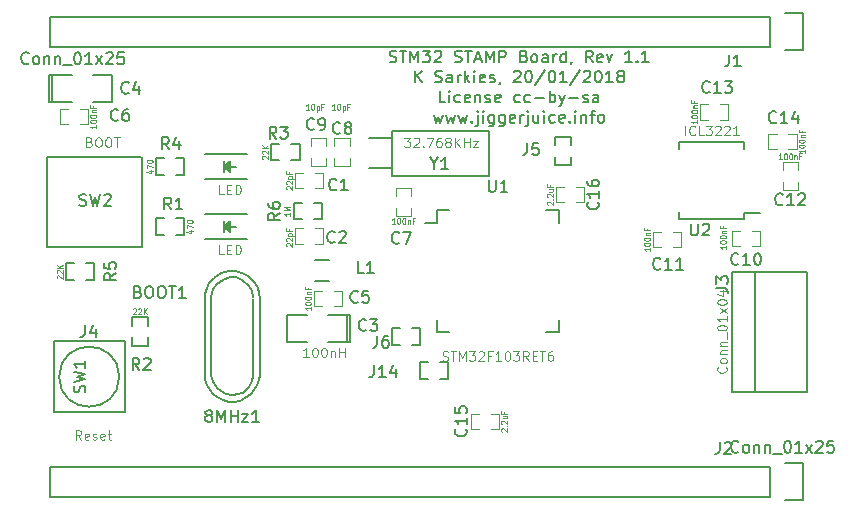
<source format=gto>
G04 #@! TF.FileFunction,Legend,Top*
%FSLAX46Y46*%
G04 Gerber Fmt 4.6, Leading zero omitted, Abs format (unit mm)*
G04 Created by KiCad (PCBNEW 4.0.7-e2-6376~58~ubuntu14.04.1) date Wed Mar 28 12:10:58 2018*
%MOMM*%
%LPD*%
G01*
G04 APERTURE LIST*
%ADD10C,0.100000*%
%ADD11C,0.200000*%
%ADD12C,0.150000*%
%ADD13C,0.119380*%
%ADD14C,0.127000*%
%ADD15C,0.114300*%
G04 APERTURE END LIST*
D10*
D11*
X144323809Y-78754762D02*
X144466666Y-78802381D01*
X144704762Y-78802381D01*
X144800000Y-78754762D01*
X144847619Y-78707143D01*
X144895238Y-78611905D01*
X144895238Y-78516667D01*
X144847619Y-78421429D01*
X144800000Y-78373810D01*
X144704762Y-78326190D01*
X144514285Y-78278571D01*
X144419047Y-78230952D01*
X144371428Y-78183333D01*
X144323809Y-78088095D01*
X144323809Y-77992857D01*
X144371428Y-77897619D01*
X144419047Y-77850000D01*
X144514285Y-77802381D01*
X144752381Y-77802381D01*
X144895238Y-77850000D01*
X145180952Y-77802381D02*
X145752381Y-77802381D01*
X145466666Y-78802381D02*
X145466666Y-77802381D01*
X146085714Y-78802381D02*
X146085714Y-77802381D01*
X146419048Y-78516667D01*
X146752381Y-77802381D01*
X146752381Y-78802381D01*
X147133333Y-77802381D02*
X147752381Y-77802381D01*
X147419047Y-78183333D01*
X147561905Y-78183333D01*
X147657143Y-78230952D01*
X147704762Y-78278571D01*
X147752381Y-78373810D01*
X147752381Y-78611905D01*
X147704762Y-78707143D01*
X147657143Y-78754762D01*
X147561905Y-78802381D01*
X147276190Y-78802381D01*
X147180952Y-78754762D01*
X147133333Y-78707143D01*
X148133333Y-77897619D02*
X148180952Y-77850000D01*
X148276190Y-77802381D01*
X148514286Y-77802381D01*
X148609524Y-77850000D01*
X148657143Y-77897619D01*
X148704762Y-77992857D01*
X148704762Y-78088095D01*
X148657143Y-78230952D01*
X148085714Y-78802381D01*
X148704762Y-78802381D01*
X149847619Y-78754762D02*
X149990476Y-78802381D01*
X150228572Y-78802381D01*
X150323810Y-78754762D01*
X150371429Y-78707143D01*
X150419048Y-78611905D01*
X150419048Y-78516667D01*
X150371429Y-78421429D01*
X150323810Y-78373810D01*
X150228572Y-78326190D01*
X150038095Y-78278571D01*
X149942857Y-78230952D01*
X149895238Y-78183333D01*
X149847619Y-78088095D01*
X149847619Y-77992857D01*
X149895238Y-77897619D01*
X149942857Y-77850000D01*
X150038095Y-77802381D01*
X150276191Y-77802381D01*
X150419048Y-77850000D01*
X150704762Y-77802381D02*
X151276191Y-77802381D01*
X150990476Y-78802381D02*
X150990476Y-77802381D01*
X151561905Y-78516667D02*
X152038096Y-78516667D01*
X151466667Y-78802381D02*
X151800000Y-77802381D01*
X152133334Y-78802381D01*
X152466667Y-78802381D02*
X152466667Y-77802381D01*
X152800001Y-78516667D01*
X153133334Y-77802381D01*
X153133334Y-78802381D01*
X153609524Y-78802381D02*
X153609524Y-77802381D01*
X153990477Y-77802381D01*
X154085715Y-77850000D01*
X154133334Y-77897619D01*
X154180953Y-77992857D01*
X154180953Y-78135714D01*
X154133334Y-78230952D01*
X154085715Y-78278571D01*
X153990477Y-78326190D01*
X153609524Y-78326190D01*
X155704763Y-78278571D02*
X155847620Y-78326190D01*
X155895239Y-78373810D01*
X155942858Y-78469048D01*
X155942858Y-78611905D01*
X155895239Y-78707143D01*
X155847620Y-78754762D01*
X155752382Y-78802381D01*
X155371429Y-78802381D01*
X155371429Y-77802381D01*
X155704763Y-77802381D01*
X155800001Y-77850000D01*
X155847620Y-77897619D01*
X155895239Y-77992857D01*
X155895239Y-78088095D01*
X155847620Y-78183333D01*
X155800001Y-78230952D01*
X155704763Y-78278571D01*
X155371429Y-78278571D01*
X156514286Y-78802381D02*
X156419048Y-78754762D01*
X156371429Y-78707143D01*
X156323810Y-78611905D01*
X156323810Y-78326190D01*
X156371429Y-78230952D01*
X156419048Y-78183333D01*
X156514286Y-78135714D01*
X156657144Y-78135714D01*
X156752382Y-78183333D01*
X156800001Y-78230952D01*
X156847620Y-78326190D01*
X156847620Y-78611905D01*
X156800001Y-78707143D01*
X156752382Y-78754762D01*
X156657144Y-78802381D01*
X156514286Y-78802381D01*
X157704763Y-78802381D02*
X157704763Y-78278571D01*
X157657144Y-78183333D01*
X157561906Y-78135714D01*
X157371429Y-78135714D01*
X157276191Y-78183333D01*
X157704763Y-78754762D02*
X157609525Y-78802381D01*
X157371429Y-78802381D01*
X157276191Y-78754762D01*
X157228572Y-78659524D01*
X157228572Y-78564286D01*
X157276191Y-78469048D01*
X157371429Y-78421429D01*
X157609525Y-78421429D01*
X157704763Y-78373810D01*
X158180953Y-78802381D02*
X158180953Y-78135714D01*
X158180953Y-78326190D02*
X158228572Y-78230952D01*
X158276191Y-78183333D01*
X158371429Y-78135714D01*
X158466668Y-78135714D01*
X159228573Y-78802381D02*
X159228573Y-77802381D01*
X159228573Y-78754762D02*
X159133335Y-78802381D01*
X158942858Y-78802381D01*
X158847620Y-78754762D01*
X158800001Y-78707143D01*
X158752382Y-78611905D01*
X158752382Y-78326190D01*
X158800001Y-78230952D01*
X158847620Y-78183333D01*
X158942858Y-78135714D01*
X159133335Y-78135714D01*
X159228573Y-78183333D01*
X159752382Y-78754762D02*
X159752382Y-78802381D01*
X159704763Y-78897619D01*
X159657144Y-78945238D01*
X161514287Y-78802381D02*
X161180953Y-78326190D01*
X160942858Y-78802381D02*
X160942858Y-77802381D01*
X161323811Y-77802381D01*
X161419049Y-77850000D01*
X161466668Y-77897619D01*
X161514287Y-77992857D01*
X161514287Y-78135714D01*
X161466668Y-78230952D01*
X161419049Y-78278571D01*
X161323811Y-78326190D01*
X160942858Y-78326190D01*
X162323811Y-78754762D02*
X162228573Y-78802381D01*
X162038096Y-78802381D01*
X161942858Y-78754762D01*
X161895239Y-78659524D01*
X161895239Y-78278571D01*
X161942858Y-78183333D01*
X162038096Y-78135714D01*
X162228573Y-78135714D01*
X162323811Y-78183333D01*
X162371430Y-78278571D01*
X162371430Y-78373810D01*
X161895239Y-78469048D01*
X162704763Y-78135714D02*
X162942858Y-78802381D01*
X163180954Y-78135714D01*
X164847621Y-78802381D02*
X164276192Y-78802381D01*
X164561906Y-78802381D02*
X164561906Y-77802381D01*
X164466668Y-77945238D01*
X164371430Y-78040476D01*
X164276192Y-78088095D01*
X165276192Y-78707143D02*
X165323811Y-78754762D01*
X165276192Y-78802381D01*
X165228573Y-78754762D01*
X165276192Y-78707143D01*
X165276192Y-78802381D01*
X166276192Y-78802381D02*
X165704763Y-78802381D01*
X165990477Y-78802381D02*
X165990477Y-77802381D01*
X165895239Y-77945238D01*
X165800001Y-78040476D01*
X165704763Y-78088095D01*
X146466666Y-80502381D02*
X146466666Y-79502381D01*
X147038095Y-80502381D02*
X146609523Y-79930952D01*
X147038095Y-79502381D02*
X146466666Y-80073810D01*
X148180952Y-80454762D02*
X148323809Y-80502381D01*
X148561905Y-80502381D01*
X148657143Y-80454762D01*
X148704762Y-80407143D01*
X148752381Y-80311905D01*
X148752381Y-80216667D01*
X148704762Y-80121429D01*
X148657143Y-80073810D01*
X148561905Y-80026190D01*
X148371428Y-79978571D01*
X148276190Y-79930952D01*
X148228571Y-79883333D01*
X148180952Y-79788095D01*
X148180952Y-79692857D01*
X148228571Y-79597619D01*
X148276190Y-79550000D01*
X148371428Y-79502381D01*
X148609524Y-79502381D01*
X148752381Y-79550000D01*
X149609524Y-80502381D02*
X149609524Y-79978571D01*
X149561905Y-79883333D01*
X149466667Y-79835714D01*
X149276190Y-79835714D01*
X149180952Y-79883333D01*
X149609524Y-80454762D02*
X149514286Y-80502381D01*
X149276190Y-80502381D01*
X149180952Y-80454762D01*
X149133333Y-80359524D01*
X149133333Y-80264286D01*
X149180952Y-80169048D01*
X149276190Y-80121429D01*
X149514286Y-80121429D01*
X149609524Y-80073810D01*
X150085714Y-80502381D02*
X150085714Y-79835714D01*
X150085714Y-80026190D02*
X150133333Y-79930952D01*
X150180952Y-79883333D01*
X150276190Y-79835714D01*
X150371429Y-79835714D01*
X150704762Y-80502381D02*
X150704762Y-79502381D01*
X150800000Y-80121429D02*
X151085715Y-80502381D01*
X151085715Y-79835714D02*
X150704762Y-80216667D01*
X151514286Y-80502381D02*
X151514286Y-79835714D01*
X151514286Y-79502381D02*
X151466667Y-79550000D01*
X151514286Y-79597619D01*
X151561905Y-79550000D01*
X151514286Y-79502381D01*
X151514286Y-79597619D01*
X152371429Y-80454762D02*
X152276191Y-80502381D01*
X152085714Y-80502381D01*
X151990476Y-80454762D01*
X151942857Y-80359524D01*
X151942857Y-79978571D01*
X151990476Y-79883333D01*
X152085714Y-79835714D01*
X152276191Y-79835714D01*
X152371429Y-79883333D01*
X152419048Y-79978571D01*
X152419048Y-80073810D01*
X151942857Y-80169048D01*
X152800000Y-80454762D02*
X152895238Y-80502381D01*
X153085714Y-80502381D01*
X153180953Y-80454762D01*
X153228572Y-80359524D01*
X153228572Y-80311905D01*
X153180953Y-80216667D01*
X153085714Y-80169048D01*
X152942857Y-80169048D01*
X152847619Y-80121429D01*
X152800000Y-80026190D01*
X152800000Y-79978571D01*
X152847619Y-79883333D01*
X152942857Y-79835714D01*
X153085714Y-79835714D01*
X153180953Y-79883333D01*
X153704762Y-80454762D02*
X153704762Y-80502381D01*
X153657143Y-80597619D01*
X153609524Y-80645238D01*
X154847619Y-79597619D02*
X154895238Y-79550000D01*
X154990476Y-79502381D01*
X155228572Y-79502381D01*
X155323810Y-79550000D01*
X155371429Y-79597619D01*
X155419048Y-79692857D01*
X155419048Y-79788095D01*
X155371429Y-79930952D01*
X154800000Y-80502381D01*
X155419048Y-80502381D01*
X156038095Y-79502381D02*
X156133334Y-79502381D01*
X156228572Y-79550000D01*
X156276191Y-79597619D01*
X156323810Y-79692857D01*
X156371429Y-79883333D01*
X156371429Y-80121429D01*
X156323810Y-80311905D01*
X156276191Y-80407143D01*
X156228572Y-80454762D01*
X156133334Y-80502381D01*
X156038095Y-80502381D01*
X155942857Y-80454762D01*
X155895238Y-80407143D01*
X155847619Y-80311905D01*
X155800000Y-80121429D01*
X155800000Y-79883333D01*
X155847619Y-79692857D01*
X155895238Y-79597619D01*
X155942857Y-79550000D01*
X156038095Y-79502381D01*
X157514286Y-79454762D02*
X156657143Y-80740476D01*
X158038095Y-79502381D02*
X158133334Y-79502381D01*
X158228572Y-79550000D01*
X158276191Y-79597619D01*
X158323810Y-79692857D01*
X158371429Y-79883333D01*
X158371429Y-80121429D01*
X158323810Y-80311905D01*
X158276191Y-80407143D01*
X158228572Y-80454762D01*
X158133334Y-80502381D01*
X158038095Y-80502381D01*
X157942857Y-80454762D01*
X157895238Y-80407143D01*
X157847619Y-80311905D01*
X157800000Y-80121429D01*
X157800000Y-79883333D01*
X157847619Y-79692857D01*
X157895238Y-79597619D01*
X157942857Y-79550000D01*
X158038095Y-79502381D01*
X159323810Y-80502381D02*
X158752381Y-80502381D01*
X159038095Y-80502381D02*
X159038095Y-79502381D01*
X158942857Y-79645238D01*
X158847619Y-79740476D01*
X158752381Y-79788095D01*
X160466667Y-79454762D02*
X159609524Y-80740476D01*
X160752381Y-79597619D02*
X160800000Y-79550000D01*
X160895238Y-79502381D01*
X161133334Y-79502381D01*
X161228572Y-79550000D01*
X161276191Y-79597619D01*
X161323810Y-79692857D01*
X161323810Y-79788095D01*
X161276191Y-79930952D01*
X160704762Y-80502381D01*
X161323810Y-80502381D01*
X161942857Y-79502381D02*
X162038096Y-79502381D01*
X162133334Y-79550000D01*
X162180953Y-79597619D01*
X162228572Y-79692857D01*
X162276191Y-79883333D01*
X162276191Y-80121429D01*
X162228572Y-80311905D01*
X162180953Y-80407143D01*
X162133334Y-80454762D01*
X162038096Y-80502381D01*
X161942857Y-80502381D01*
X161847619Y-80454762D01*
X161800000Y-80407143D01*
X161752381Y-80311905D01*
X161704762Y-80121429D01*
X161704762Y-79883333D01*
X161752381Y-79692857D01*
X161800000Y-79597619D01*
X161847619Y-79550000D01*
X161942857Y-79502381D01*
X163228572Y-80502381D02*
X162657143Y-80502381D01*
X162942857Y-80502381D02*
X162942857Y-79502381D01*
X162847619Y-79645238D01*
X162752381Y-79740476D01*
X162657143Y-79788095D01*
X163800000Y-79930952D02*
X163704762Y-79883333D01*
X163657143Y-79835714D01*
X163609524Y-79740476D01*
X163609524Y-79692857D01*
X163657143Y-79597619D01*
X163704762Y-79550000D01*
X163800000Y-79502381D01*
X163990477Y-79502381D01*
X164085715Y-79550000D01*
X164133334Y-79597619D01*
X164180953Y-79692857D01*
X164180953Y-79740476D01*
X164133334Y-79835714D01*
X164085715Y-79883333D01*
X163990477Y-79930952D01*
X163800000Y-79930952D01*
X163704762Y-79978571D01*
X163657143Y-80026190D01*
X163609524Y-80121429D01*
X163609524Y-80311905D01*
X163657143Y-80407143D01*
X163704762Y-80454762D01*
X163800000Y-80502381D01*
X163990477Y-80502381D01*
X164085715Y-80454762D01*
X164133334Y-80407143D01*
X164180953Y-80311905D01*
X164180953Y-80121429D01*
X164133334Y-80026190D01*
X164085715Y-79978571D01*
X163990477Y-79930952D01*
X149061905Y-82202381D02*
X148585714Y-82202381D01*
X148585714Y-81202381D01*
X149395238Y-82202381D02*
X149395238Y-81535714D01*
X149395238Y-81202381D02*
X149347619Y-81250000D01*
X149395238Y-81297619D01*
X149442857Y-81250000D01*
X149395238Y-81202381D01*
X149395238Y-81297619D01*
X150300000Y-82154762D02*
X150204762Y-82202381D01*
X150014285Y-82202381D01*
X149919047Y-82154762D01*
X149871428Y-82107143D01*
X149823809Y-82011905D01*
X149823809Y-81726190D01*
X149871428Y-81630952D01*
X149919047Y-81583333D01*
X150014285Y-81535714D01*
X150204762Y-81535714D01*
X150300000Y-81583333D01*
X151109524Y-82154762D02*
X151014286Y-82202381D01*
X150823809Y-82202381D01*
X150728571Y-82154762D01*
X150680952Y-82059524D01*
X150680952Y-81678571D01*
X150728571Y-81583333D01*
X150823809Y-81535714D01*
X151014286Y-81535714D01*
X151109524Y-81583333D01*
X151157143Y-81678571D01*
X151157143Y-81773810D01*
X150680952Y-81869048D01*
X151585714Y-81535714D02*
X151585714Y-82202381D01*
X151585714Y-81630952D02*
X151633333Y-81583333D01*
X151728571Y-81535714D01*
X151871429Y-81535714D01*
X151966667Y-81583333D01*
X152014286Y-81678571D01*
X152014286Y-82202381D01*
X152442857Y-82154762D02*
X152538095Y-82202381D01*
X152728571Y-82202381D01*
X152823810Y-82154762D01*
X152871429Y-82059524D01*
X152871429Y-82011905D01*
X152823810Y-81916667D01*
X152728571Y-81869048D01*
X152585714Y-81869048D01*
X152490476Y-81821429D01*
X152442857Y-81726190D01*
X152442857Y-81678571D01*
X152490476Y-81583333D01*
X152585714Y-81535714D01*
X152728571Y-81535714D01*
X152823810Y-81583333D01*
X153680953Y-82154762D02*
X153585715Y-82202381D01*
X153395238Y-82202381D01*
X153300000Y-82154762D01*
X153252381Y-82059524D01*
X153252381Y-81678571D01*
X153300000Y-81583333D01*
X153395238Y-81535714D01*
X153585715Y-81535714D01*
X153680953Y-81583333D01*
X153728572Y-81678571D01*
X153728572Y-81773810D01*
X153252381Y-81869048D01*
X155347620Y-82154762D02*
X155252382Y-82202381D01*
X155061905Y-82202381D01*
X154966667Y-82154762D01*
X154919048Y-82107143D01*
X154871429Y-82011905D01*
X154871429Y-81726190D01*
X154919048Y-81630952D01*
X154966667Y-81583333D01*
X155061905Y-81535714D01*
X155252382Y-81535714D01*
X155347620Y-81583333D01*
X156204763Y-82154762D02*
X156109525Y-82202381D01*
X155919048Y-82202381D01*
X155823810Y-82154762D01*
X155776191Y-82107143D01*
X155728572Y-82011905D01*
X155728572Y-81726190D01*
X155776191Y-81630952D01*
X155823810Y-81583333D01*
X155919048Y-81535714D01*
X156109525Y-81535714D01*
X156204763Y-81583333D01*
X156633334Y-81821429D02*
X157395239Y-81821429D01*
X157871429Y-82202381D02*
X157871429Y-81202381D01*
X157871429Y-81583333D02*
X157966667Y-81535714D01*
X158157144Y-81535714D01*
X158252382Y-81583333D01*
X158300001Y-81630952D01*
X158347620Y-81726190D01*
X158347620Y-82011905D01*
X158300001Y-82107143D01*
X158252382Y-82154762D01*
X158157144Y-82202381D01*
X157966667Y-82202381D01*
X157871429Y-82154762D01*
X158680953Y-81535714D02*
X158919048Y-82202381D01*
X159157144Y-81535714D02*
X158919048Y-82202381D01*
X158823810Y-82440476D01*
X158776191Y-82488095D01*
X158680953Y-82535714D01*
X159538096Y-81821429D02*
X160300001Y-81821429D01*
X160728572Y-82154762D02*
X160823810Y-82202381D01*
X161014286Y-82202381D01*
X161109525Y-82154762D01*
X161157144Y-82059524D01*
X161157144Y-82011905D01*
X161109525Y-81916667D01*
X161014286Y-81869048D01*
X160871429Y-81869048D01*
X160776191Y-81821429D01*
X160728572Y-81726190D01*
X160728572Y-81678571D01*
X160776191Y-81583333D01*
X160871429Y-81535714D01*
X161014286Y-81535714D01*
X161109525Y-81583333D01*
X162014287Y-82202381D02*
X162014287Y-81678571D01*
X161966668Y-81583333D01*
X161871430Y-81535714D01*
X161680953Y-81535714D01*
X161585715Y-81583333D01*
X162014287Y-82154762D02*
X161919049Y-82202381D01*
X161680953Y-82202381D01*
X161585715Y-82154762D01*
X161538096Y-82059524D01*
X161538096Y-81964286D01*
X161585715Y-81869048D01*
X161680953Y-81821429D01*
X161919049Y-81821429D01*
X162014287Y-81773810D01*
X148061906Y-83235714D02*
X148252382Y-83902381D01*
X148442859Y-83426190D01*
X148633335Y-83902381D01*
X148823811Y-83235714D01*
X149109525Y-83235714D02*
X149300001Y-83902381D01*
X149490478Y-83426190D01*
X149680954Y-83902381D01*
X149871430Y-83235714D01*
X150157144Y-83235714D02*
X150347620Y-83902381D01*
X150538097Y-83426190D01*
X150728573Y-83902381D01*
X150919049Y-83235714D01*
X151300001Y-83807143D02*
X151347620Y-83854762D01*
X151300001Y-83902381D01*
X151252382Y-83854762D01*
X151300001Y-83807143D01*
X151300001Y-83902381D01*
X151776191Y-83235714D02*
X151776191Y-84092857D01*
X151728572Y-84188095D01*
X151633334Y-84235714D01*
X151585715Y-84235714D01*
X151776191Y-82902381D02*
X151728572Y-82950000D01*
X151776191Y-82997619D01*
X151823810Y-82950000D01*
X151776191Y-82902381D01*
X151776191Y-82997619D01*
X152252381Y-83902381D02*
X152252381Y-83235714D01*
X152252381Y-82902381D02*
X152204762Y-82950000D01*
X152252381Y-82997619D01*
X152300000Y-82950000D01*
X152252381Y-82902381D01*
X152252381Y-82997619D01*
X153157143Y-83235714D02*
X153157143Y-84045238D01*
X153109524Y-84140476D01*
X153061905Y-84188095D01*
X152966666Y-84235714D01*
X152823809Y-84235714D01*
X152728571Y-84188095D01*
X153157143Y-83854762D02*
X153061905Y-83902381D01*
X152871428Y-83902381D01*
X152776190Y-83854762D01*
X152728571Y-83807143D01*
X152680952Y-83711905D01*
X152680952Y-83426190D01*
X152728571Y-83330952D01*
X152776190Y-83283333D01*
X152871428Y-83235714D01*
X153061905Y-83235714D01*
X153157143Y-83283333D01*
X154061905Y-83235714D02*
X154061905Y-84045238D01*
X154014286Y-84140476D01*
X153966667Y-84188095D01*
X153871428Y-84235714D01*
X153728571Y-84235714D01*
X153633333Y-84188095D01*
X154061905Y-83854762D02*
X153966667Y-83902381D01*
X153776190Y-83902381D01*
X153680952Y-83854762D01*
X153633333Y-83807143D01*
X153585714Y-83711905D01*
X153585714Y-83426190D01*
X153633333Y-83330952D01*
X153680952Y-83283333D01*
X153776190Y-83235714D01*
X153966667Y-83235714D01*
X154061905Y-83283333D01*
X154919048Y-83854762D02*
X154823810Y-83902381D01*
X154633333Y-83902381D01*
X154538095Y-83854762D01*
X154490476Y-83759524D01*
X154490476Y-83378571D01*
X154538095Y-83283333D01*
X154633333Y-83235714D01*
X154823810Y-83235714D01*
X154919048Y-83283333D01*
X154966667Y-83378571D01*
X154966667Y-83473810D01*
X154490476Y-83569048D01*
X155395238Y-83902381D02*
X155395238Y-83235714D01*
X155395238Y-83426190D02*
X155442857Y-83330952D01*
X155490476Y-83283333D01*
X155585714Y-83235714D01*
X155680953Y-83235714D01*
X156014286Y-83235714D02*
X156014286Y-84092857D01*
X155966667Y-84188095D01*
X155871429Y-84235714D01*
X155823810Y-84235714D01*
X156014286Y-82902381D02*
X155966667Y-82950000D01*
X156014286Y-82997619D01*
X156061905Y-82950000D01*
X156014286Y-82902381D01*
X156014286Y-82997619D01*
X156919048Y-83235714D02*
X156919048Y-83902381D01*
X156490476Y-83235714D02*
X156490476Y-83759524D01*
X156538095Y-83854762D01*
X156633333Y-83902381D01*
X156776191Y-83902381D01*
X156871429Y-83854762D01*
X156919048Y-83807143D01*
X157395238Y-83902381D02*
X157395238Y-83235714D01*
X157395238Y-82902381D02*
X157347619Y-82950000D01*
X157395238Y-82997619D01*
X157442857Y-82950000D01*
X157395238Y-82902381D01*
X157395238Y-82997619D01*
X158300000Y-83854762D02*
X158204762Y-83902381D01*
X158014285Y-83902381D01*
X157919047Y-83854762D01*
X157871428Y-83807143D01*
X157823809Y-83711905D01*
X157823809Y-83426190D01*
X157871428Y-83330952D01*
X157919047Y-83283333D01*
X158014285Y-83235714D01*
X158204762Y-83235714D01*
X158300000Y-83283333D01*
X159109524Y-83854762D02*
X159014286Y-83902381D01*
X158823809Y-83902381D01*
X158728571Y-83854762D01*
X158680952Y-83759524D01*
X158680952Y-83378571D01*
X158728571Y-83283333D01*
X158823809Y-83235714D01*
X159014286Y-83235714D01*
X159109524Y-83283333D01*
X159157143Y-83378571D01*
X159157143Y-83473810D01*
X158680952Y-83569048D01*
X159585714Y-83807143D02*
X159633333Y-83854762D01*
X159585714Y-83902381D01*
X159538095Y-83854762D01*
X159585714Y-83807143D01*
X159585714Y-83902381D01*
X160061904Y-83902381D02*
X160061904Y-83235714D01*
X160061904Y-82902381D02*
X160014285Y-82950000D01*
X160061904Y-82997619D01*
X160109523Y-82950000D01*
X160061904Y-82902381D01*
X160061904Y-82997619D01*
X160538094Y-83235714D02*
X160538094Y-83902381D01*
X160538094Y-83330952D02*
X160585713Y-83283333D01*
X160680951Y-83235714D01*
X160823809Y-83235714D01*
X160919047Y-83283333D01*
X160966666Y-83378571D01*
X160966666Y-83902381D01*
X161299999Y-83235714D02*
X161680951Y-83235714D01*
X161442856Y-83902381D02*
X161442856Y-83045238D01*
X161490475Y-82950000D01*
X161585713Y-82902381D01*
X161680951Y-82902381D01*
X162157142Y-83902381D02*
X162061904Y-83854762D01*
X162014285Y-83807143D01*
X161966666Y-83711905D01*
X161966666Y-83426190D01*
X162014285Y-83330952D01*
X162061904Y-83283333D01*
X162157142Y-83235714D01*
X162300000Y-83235714D01*
X162395238Y-83283333D01*
X162442857Y-83330952D01*
X162490476Y-83426190D01*
X162490476Y-83711905D01*
X162442857Y-83807143D01*
X162395238Y-83854762D01*
X162300000Y-83902381D01*
X162157142Y-83902381D01*
D12*
X132000760Y-106699000D02*
X131599440Y-106899660D01*
X131599440Y-106899660D02*
X131000000Y-107001260D01*
X131000000Y-107001260D02*
X130499620Y-106899660D01*
X130499620Y-106899660D02*
X129801120Y-106500880D01*
X129801120Y-106500880D02*
X129399800Y-105898900D01*
X129399800Y-105898900D02*
X129199140Y-105299460D01*
X129199140Y-105299460D02*
X129199140Y-98700540D01*
X129199140Y-98700540D02*
X129399800Y-97999500D01*
X129399800Y-97999500D02*
X129699520Y-97600720D01*
X129699520Y-97600720D02*
X130199900Y-97199400D01*
X130199900Y-97199400D02*
X130799340Y-96998740D01*
X130799340Y-96998740D02*
X131299720Y-96998740D01*
X131299720Y-96998740D02*
X131800100Y-97199400D01*
X131800100Y-97199400D02*
X132399540Y-97699780D01*
X132399540Y-97699780D02*
X132699260Y-98200160D01*
X132699260Y-98200160D02*
X132800860Y-98700540D01*
X132800860Y-98799600D02*
X132800860Y-105401060D01*
X132800860Y-105401060D02*
X132699260Y-105799840D01*
X132699260Y-105799840D02*
X132399540Y-106300220D01*
X132399540Y-106300220D02*
X131899160Y-106800600D01*
X133329180Y-98809760D02*
X133280920Y-98350020D01*
X133280920Y-98350020D02*
X133169160Y-97951240D01*
X133169160Y-97951240D02*
X132950720Y-97519440D01*
X132950720Y-97519440D02*
X132719580Y-97229880D01*
X132719580Y-97229880D02*
X132369060Y-96899680D01*
X132369060Y-96899680D02*
X131830580Y-96610120D01*
X131830580Y-96610120D02*
X131231140Y-96480580D01*
X131231140Y-96480580D02*
X130720600Y-96480580D01*
X130720600Y-96480580D02*
X130019560Y-96650760D01*
X130019560Y-96650760D02*
X129430280Y-97049540D01*
X129430280Y-97049540D02*
X129059440Y-97509280D01*
X129059440Y-97509280D02*
X128851160Y-97930920D01*
X128851160Y-97930920D02*
X128691140Y-98380500D01*
X128691140Y-98380500D02*
X128660660Y-98819920D01*
X128879100Y-106160520D02*
X129100080Y-106538980D01*
X129100080Y-106538980D02*
X129379480Y-106859020D01*
X129379480Y-106859020D02*
X129709680Y-107110480D01*
X129709680Y-107110480D02*
X130260860Y-107410200D01*
X130260860Y-107410200D02*
X130730760Y-107519420D01*
X130730760Y-107519420D02*
X131190500Y-107539740D01*
X131190500Y-107539740D02*
X131650240Y-107450840D01*
X131650240Y-107450840D02*
X132099820Y-107260340D01*
X132099820Y-107260340D02*
X132569720Y-106899660D01*
X132569720Y-106899660D02*
X132889760Y-106549140D01*
X132889760Y-106549140D02*
X133120900Y-106160520D01*
X133120900Y-106160520D02*
X133260600Y-105731260D01*
X133260600Y-105731260D02*
X133329180Y-105289300D01*
X128670820Y-98799600D02*
X128670820Y-105251200D01*
X128670820Y-105251200D02*
X128708920Y-105670300D01*
X128708920Y-105670300D02*
X128879100Y-106160520D01*
X133329180Y-98799600D02*
X133329180Y-105251200D01*
D13*
X138000380Y-89450240D02*
X138698880Y-89450240D01*
X136999620Y-89450240D02*
X136301120Y-89450240D01*
X138000380Y-88149760D02*
X138698880Y-88149760D01*
X136301120Y-88149760D02*
X136999620Y-88149760D01*
X138698880Y-88165000D02*
X138698880Y-89435000D01*
X136301120Y-89435000D02*
X136301120Y-88165000D01*
X136999620Y-92849760D02*
X136301120Y-92849760D01*
X138000380Y-92849760D02*
X138698880Y-92849760D01*
X136999620Y-94150240D02*
X136301120Y-94150240D01*
X138698880Y-94150240D02*
X138000380Y-94150240D01*
X136301120Y-94135000D02*
X136301120Y-92865000D01*
X138698880Y-92865000D02*
X138698880Y-94135000D01*
D14*
X140740000Y-102443000D02*
X140994000Y-102443000D01*
X140994000Y-102443000D02*
X140994000Y-100157000D01*
X140994000Y-100157000D02*
X140740000Y-100157000D01*
X140740000Y-102443000D02*
X140740000Y-100157000D01*
X140740000Y-100157000D02*
X139089000Y-100157000D01*
X137311000Y-102443000D02*
X135660000Y-102443000D01*
X135660000Y-102443000D02*
X135660000Y-100157000D01*
X135660000Y-100157000D02*
X137311000Y-100157000D01*
X139089000Y-102443000D02*
X140740000Y-102443000D01*
X115760000Y-79857000D02*
X115506000Y-79857000D01*
X115506000Y-79857000D02*
X115506000Y-82143000D01*
X115506000Y-82143000D02*
X115760000Y-82143000D01*
X115760000Y-79857000D02*
X115760000Y-82143000D01*
X115760000Y-82143000D02*
X117411000Y-82143000D01*
X119189000Y-79857000D02*
X120840000Y-79857000D01*
X120840000Y-79857000D02*
X120840000Y-82143000D01*
X120840000Y-82143000D02*
X119189000Y-82143000D01*
X117411000Y-79857000D02*
X115760000Y-79857000D01*
D13*
X139600380Y-99450240D02*
X140298880Y-99450240D01*
X138599620Y-99450240D02*
X137901120Y-99450240D01*
X139600380Y-98149760D02*
X140298880Y-98149760D01*
X137901120Y-98149760D02*
X138599620Y-98149760D01*
X140298880Y-98165000D02*
X140298880Y-99435000D01*
X137901120Y-99435000D02*
X137901120Y-98165000D01*
X117099620Y-82749760D02*
X116401120Y-82749760D01*
X118100380Y-82749760D02*
X118798880Y-82749760D01*
X117099620Y-84050240D02*
X116401120Y-84050240D01*
X118798880Y-84050240D02*
X118100380Y-84050240D01*
X116401120Y-84035000D02*
X116401120Y-82765000D01*
X118798880Y-82765000D02*
X118798880Y-84035000D01*
X146150240Y-90099620D02*
X146150240Y-89401120D01*
X146150240Y-91100380D02*
X146150240Y-91798880D01*
X144849760Y-90099620D02*
X144849760Y-89401120D01*
X144849760Y-91798880D02*
X144849760Y-91100380D01*
X144865000Y-89401120D02*
X146135000Y-89401120D01*
X146135000Y-91798880D02*
X144865000Y-91798880D01*
X140950240Y-85899620D02*
X140950240Y-85201120D01*
X140950240Y-86900380D02*
X140950240Y-87598880D01*
X139649760Y-85899620D02*
X139649760Y-85201120D01*
X139649760Y-87598880D02*
X139649760Y-86900380D01*
X139665000Y-85201120D02*
X140935000Y-85201120D01*
X140935000Y-87598880D02*
X139665000Y-87598880D01*
X137649760Y-86900380D02*
X137649760Y-87598880D01*
X137649760Y-85899620D02*
X137649760Y-85201120D01*
X138950240Y-86900380D02*
X138950240Y-87598880D01*
X138950240Y-85201120D02*
X138950240Y-85899620D01*
X138935000Y-87598880D02*
X137665000Y-87598880D01*
X137665000Y-85201120D02*
X138935000Y-85201120D01*
X173999620Y-93049760D02*
X173301120Y-93049760D01*
X175000380Y-93049760D02*
X175698880Y-93049760D01*
X173999620Y-94350240D02*
X173301120Y-94350240D01*
X175698880Y-94350240D02*
X175000380Y-94350240D01*
X173301120Y-94335000D02*
X173301120Y-93065000D01*
X175698880Y-93065000D02*
X175698880Y-94335000D01*
X168300380Y-94450240D02*
X168998880Y-94450240D01*
X167299620Y-94450240D02*
X166601120Y-94450240D01*
X168300380Y-93149760D02*
X168998880Y-93149760D01*
X166601120Y-93149760D02*
X167299620Y-93149760D01*
X168998880Y-93165000D02*
X168998880Y-94435000D01*
X166601120Y-94435000D02*
X166601120Y-93165000D01*
X177599760Y-88950380D02*
X177599760Y-89648880D01*
X177599760Y-87949620D02*
X177599760Y-87251120D01*
X178900240Y-88950380D02*
X178900240Y-89648880D01*
X178900240Y-87251120D02*
X178900240Y-87949620D01*
X178885000Y-89648880D02*
X177615000Y-89648880D01*
X177615000Y-87251120D02*
X178885000Y-87251120D01*
X172300380Y-83650240D02*
X172998880Y-83650240D01*
X171299620Y-83650240D02*
X170601120Y-83650240D01*
X172300380Y-82349760D02*
X172998880Y-82349760D01*
X170601120Y-82349760D02*
X171299620Y-82349760D01*
X172998880Y-82365000D02*
X172998880Y-83635000D01*
X170601120Y-83635000D02*
X170601120Y-82365000D01*
X177099620Y-84849760D02*
X176401120Y-84849760D01*
X178100380Y-84849760D02*
X178798880Y-84849760D01*
X177099620Y-86150240D02*
X176401120Y-86150240D01*
X178798880Y-86150240D02*
X178100380Y-86150240D01*
X176401120Y-86135000D02*
X176401120Y-84865000D01*
X178798880Y-84865000D02*
X178798880Y-86135000D01*
D12*
X128660000Y-93760000D02*
X132260000Y-93760000D01*
X128660000Y-91660000D02*
X132260000Y-91660000D01*
X130710000Y-92410000D02*
X130710000Y-93010000D01*
X130710000Y-93010000D02*
X130410000Y-92710000D01*
X130410000Y-92710000D02*
X130610000Y-92510000D01*
X130610000Y-92510000D02*
X130610000Y-92760000D01*
X130610000Y-92760000D02*
X130560000Y-92710000D01*
X130310000Y-92210000D02*
X130310000Y-93210000D01*
X130810000Y-92710000D02*
X131310000Y-92710000D01*
X130310000Y-92710000D02*
X130810000Y-92210000D01*
X130810000Y-92210000D02*
X130810000Y-93210000D01*
X130810000Y-93210000D02*
X130310000Y-92710000D01*
X128660000Y-88680000D02*
X132260000Y-88680000D01*
X128660000Y-86580000D02*
X132260000Y-86580000D01*
X130710000Y-87330000D02*
X130710000Y-87930000D01*
X130710000Y-87930000D02*
X130410000Y-87630000D01*
X130410000Y-87630000D02*
X130610000Y-87430000D01*
X130610000Y-87430000D02*
X130610000Y-87680000D01*
X130610000Y-87680000D02*
X130560000Y-87630000D01*
X130310000Y-87130000D02*
X130310000Y-88130000D01*
X130810000Y-87630000D02*
X131310000Y-87630000D01*
X130310000Y-87630000D02*
X130810000Y-87130000D01*
X130810000Y-87130000D02*
X130810000Y-88130000D01*
X130810000Y-88130000D02*
X130310000Y-87630000D01*
X176530000Y-74930000D02*
X115570000Y-74930000D01*
X115570000Y-74930000D02*
X115570000Y-77470000D01*
X115570000Y-77470000D02*
X176530000Y-77470000D01*
X179350000Y-77750000D02*
X177800000Y-77750000D01*
X176530000Y-77470000D02*
X176530000Y-74930000D01*
X177800000Y-74650000D02*
X179350000Y-74650000D01*
X179350000Y-74650000D02*
X179350000Y-77750000D01*
X176530000Y-113030000D02*
X115570000Y-113030000D01*
X115570000Y-113030000D02*
X115570000Y-115570000D01*
X115570000Y-115570000D02*
X176530000Y-115570000D01*
X179350000Y-115850000D02*
X177800000Y-115850000D01*
X176530000Y-115570000D02*
X176530000Y-113030000D01*
X177800000Y-112750000D02*
X179350000Y-112750000D01*
X179350000Y-112750000D02*
X179350000Y-115850000D01*
X139200000Y-97275000D02*
X138000000Y-97275000D01*
X138000000Y-95525000D02*
X139200000Y-95525000D01*
D14*
X126230380Y-93408500D02*
X126936500Y-93408500D01*
X126936500Y-93408500D02*
X126936500Y-92011500D01*
X126936500Y-92011500D02*
X126230380Y-92011500D01*
X124523500Y-93408500D02*
X125229620Y-93408500D01*
X124523500Y-93408500D02*
X124523500Y-92011500D01*
X124523500Y-92011500D02*
X125229620Y-92011500D01*
X123888500Y-101099620D02*
X123888500Y-100393500D01*
X123888500Y-100393500D02*
X122491500Y-100393500D01*
X122491500Y-100393500D02*
X122491500Y-101099620D01*
X123888500Y-102806500D02*
X123888500Y-102100380D01*
X123888500Y-102806500D02*
X122491500Y-102806500D01*
X122491500Y-102806500D02*
X122491500Y-102100380D01*
X134999620Y-85701500D02*
X134293500Y-85701500D01*
X134293500Y-85701500D02*
X134293500Y-87098500D01*
X134293500Y-87098500D02*
X134999620Y-87098500D01*
X136706500Y-85701500D02*
X136000380Y-85701500D01*
X136706500Y-85701500D02*
X136706500Y-87098500D01*
X136706500Y-87098500D02*
X136000380Y-87098500D01*
X125229620Y-86931500D02*
X124523500Y-86931500D01*
X124523500Y-86931500D02*
X124523500Y-88328500D01*
X124523500Y-88328500D02*
X125229620Y-88328500D01*
X126936500Y-86931500D02*
X126230380Y-86931500D01*
X126936500Y-86931500D02*
X126936500Y-88328500D01*
X126936500Y-88328500D02*
X126230380Y-88328500D01*
D12*
X121430000Y-105420000D02*
G75*
G03X121430000Y-105420000I-2540000J0D01*
G01*
X115890000Y-108420000D02*
X115890000Y-102420000D01*
X115890000Y-102420000D02*
X121890000Y-102420000D01*
X121890000Y-102420000D02*
X121890000Y-108420000D01*
X115890000Y-108420000D02*
X121890000Y-108420000D01*
X148325000Y-91325000D02*
X148325000Y-92400000D01*
X158675000Y-91325000D02*
X158675000Y-92400000D01*
X158675000Y-101675000D02*
X158675000Y-100600000D01*
X148325000Y-101675000D02*
X148325000Y-100600000D01*
X148325000Y-91325000D02*
X149400000Y-91325000D01*
X148325000Y-101675000D02*
X149400000Y-101675000D01*
X158675000Y-101675000D02*
X157600000Y-101675000D01*
X158675000Y-91325000D02*
X157600000Y-91325000D01*
X148325000Y-92400000D02*
X147300000Y-92400000D01*
X144505000Y-88405000D02*
X144505000Y-84595000D01*
X144505000Y-84595000D02*
X152760000Y-84595000D01*
X152760000Y-84595000D02*
X152760000Y-88405000D01*
X152760000Y-88405000D02*
X144505000Y-88405000D01*
X142600000Y-87770000D02*
X144505000Y-87770000D01*
X142600000Y-85230000D02*
X144505000Y-85230000D01*
X179705000Y-106680000D02*
X179705000Y-96520000D01*
X175260000Y-106680000D02*
X175260000Y-96520000D01*
X173355000Y-106680000D02*
X173355000Y-96520000D01*
X173355000Y-106680000D02*
X179705000Y-106680000D01*
X173355000Y-96520000D02*
X179705000Y-96520000D01*
D14*
X117609620Y-95821500D02*
X116903500Y-95821500D01*
X116903500Y-95821500D02*
X116903500Y-97218500D01*
X116903500Y-97218500D02*
X117609620Y-97218500D01*
X119316500Y-95821500D02*
X118610380Y-95821500D01*
X119316500Y-95821500D02*
X119316500Y-97218500D01*
X119316500Y-97218500D02*
X118610380Y-97218500D01*
D12*
X123337000Y-86790000D02*
X123337000Y-94417000D01*
X123337000Y-94417000D02*
X115329000Y-94417000D01*
X115329000Y-94417000D02*
X115329000Y-86790000D01*
X115329000Y-86790000D02*
X123270000Y-86790000D01*
D13*
X151899620Y-108549760D02*
X151201120Y-108549760D01*
X152900380Y-108549760D02*
X153598880Y-108549760D01*
X151899620Y-109850240D02*
X151201120Y-109850240D01*
X153598880Y-109850240D02*
X152900380Y-109850240D01*
X151201120Y-109835000D02*
X151201120Y-108565000D01*
X153598880Y-108565000D02*
X153598880Y-109835000D01*
X160100380Y-90650240D02*
X160798880Y-90650240D01*
X159099620Y-90650240D02*
X158401120Y-90650240D01*
X160100380Y-89349760D02*
X160798880Y-89349760D01*
X158401120Y-89349760D02*
X159099620Y-89349760D01*
X160798880Y-89365000D02*
X160798880Y-90635000D01*
X158401120Y-90635000D02*
X158401120Y-89365000D01*
D12*
X174375000Y-92075000D02*
X174375000Y-91600000D01*
X168825000Y-92075000D02*
X168825000Y-91500000D01*
X168825000Y-85525000D02*
X168825000Y-86100000D01*
X174375000Y-85525000D02*
X174375000Y-86100000D01*
X174375000Y-92075000D02*
X168825000Y-92075000D01*
X174375000Y-85525000D02*
X168825000Y-85525000D01*
X174375000Y-91600000D02*
X175650000Y-91600000D01*
D14*
X158301500Y-86800380D02*
X158301500Y-87506500D01*
X158301500Y-87506500D02*
X159698500Y-87506500D01*
X159698500Y-87506500D02*
X159698500Y-86800380D01*
X158301500Y-85093500D02*
X158301500Y-85799620D01*
X158301500Y-85093500D02*
X159698500Y-85093500D01*
X159698500Y-85093500D02*
X159698500Y-85799620D01*
X146200380Y-102698500D02*
X146906500Y-102698500D01*
X146906500Y-102698500D02*
X146906500Y-101301500D01*
X146906500Y-101301500D02*
X146200380Y-101301500D01*
X144493500Y-102698500D02*
X145199620Y-102698500D01*
X144493500Y-102698500D02*
X144493500Y-101301500D01*
X144493500Y-101301500D02*
X145199620Y-101301500D01*
X136899620Y-90701500D02*
X136193500Y-90701500D01*
X136193500Y-90701500D02*
X136193500Y-92098500D01*
X136193500Y-92098500D02*
X136899620Y-92098500D01*
X138606500Y-90701500D02*
X137900380Y-90701500D01*
X138606500Y-90701500D02*
X138606500Y-92098500D01*
X138606500Y-92098500D02*
X137900380Y-92098500D01*
X148600380Y-105598500D02*
X149306500Y-105598500D01*
X149306500Y-105598500D02*
X149306500Y-104201500D01*
X149306500Y-104201500D02*
X148600380Y-104201500D01*
X146893500Y-105598500D02*
X147599620Y-105598500D01*
X146893500Y-105598500D02*
X146893500Y-104201500D01*
X146893500Y-104201500D02*
X147599620Y-104201500D01*
D12*
X128928571Y-108680952D02*
X128833333Y-108633333D01*
X128785714Y-108585714D01*
X128738095Y-108490476D01*
X128738095Y-108442857D01*
X128785714Y-108347619D01*
X128833333Y-108300000D01*
X128928571Y-108252381D01*
X129119048Y-108252381D01*
X129214286Y-108300000D01*
X129261905Y-108347619D01*
X129309524Y-108442857D01*
X129309524Y-108490476D01*
X129261905Y-108585714D01*
X129214286Y-108633333D01*
X129119048Y-108680952D01*
X128928571Y-108680952D01*
X128833333Y-108728571D01*
X128785714Y-108776190D01*
X128738095Y-108871429D01*
X128738095Y-109061905D01*
X128785714Y-109157143D01*
X128833333Y-109204762D01*
X128928571Y-109252381D01*
X129119048Y-109252381D01*
X129214286Y-109204762D01*
X129261905Y-109157143D01*
X129309524Y-109061905D01*
X129309524Y-108871429D01*
X129261905Y-108776190D01*
X129214286Y-108728571D01*
X129119048Y-108680952D01*
X129738095Y-109252381D02*
X129738095Y-108252381D01*
X130071429Y-108966667D01*
X130404762Y-108252381D01*
X130404762Y-109252381D01*
X130880952Y-109252381D02*
X130880952Y-108252381D01*
X130880952Y-108728571D02*
X131452381Y-108728571D01*
X131452381Y-109252381D02*
X131452381Y-108252381D01*
X131833333Y-108585714D02*
X132357143Y-108585714D01*
X131833333Y-109252381D01*
X132357143Y-109252381D01*
X133261905Y-109252381D02*
X132690476Y-109252381D01*
X132976190Y-109252381D02*
X132976190Y-108252381D01*
X132880952Y-108395238D01*
X132785714Y-108490476D01*
X132690476Y-108538095D01*
X139833334Y-89557143D02*
X139785715Y-89604762D01*
X139642858Y-89652381D01*
X139547620Y-89652381D01*
X139404762Y-89604762D01*
X139309524Y-89509524D01*
X139261905Y-89414286D01*
X139214286Y-89223810D01*
X139214286Y-89080952D01*
X139261905Y-88890476D01*
X139309524Y-88795238D01*
X139404762Y-88700000D01*
X139547620Y-88652381D01*
X139642858Y-88652381D01*
X139785715Y-88700000D01*
X139833334Y-88747619D01*
X140785715Y-89652381D02*
X140214286Y-89652381D01*
X140500000Y-89652381D02*
X140500000Y-88652381D01*
X140404762Y-88795238D01*
X140309524Y-88890476D01*
X140214286Y-88938095D01*
D15*
X135619190Y-89551114D02*
X135595000Y-89529343D01*
X135570810Y-89485800D01*
X135570810Y-89376943D01*
X135595000Y-89333400D01*
X135619190Y-89311629D01*
X135667571Y-89289857D01*
X135715952Y-89289857D01*
X135788524Y-89311629D01*
X136078810Y-89572886D01*
X136078810Y-89289857D01*
X135619190Y-89115685D02*
X135595000Y-89093914D01*
X135570810Y-89050371D01*
X135570810Y-88941514D01*
X135595000Y-88897971D01*
X135619190Y-88876200D01*
X135667571Y-88854428D01*
X135715952Y-88854428D01*
X135788524Y-88876200D01*
X136078810Y-89137457D01*
X136078810Y-88854428D01*
X135740143Y-88658485D02*
X136248143Y-88658485D01*
X135764333Y-88658485D02*
X135740143Y-88614942D01*
X135740143Y-88527856D01*
X135764333Y-88484313D01*
X135788524Y-88462542D01*
X135836905Y-88440771D01*
X135982048Y-88440771D01*
X136030429Y-88462542D01*
X136054619Y-88484313D01*
X136078810Y-88527856D01*
X136078810Y-88614942D01*
X136054619Y-88658485D01*
X135812714Y-88092428D02*
X135812714Y-88244828D01*
X136078810Y-88244828D02*
X135570810Y-88244828D01*
X135570810Y-88027114D01*
D12*
X139673334Y-93987143D02*
X139625715Y-94034762D01*
X139482858Y-94082381D01*
X139387620Y-94082381D01*
X139244762Y-94034762D01*
X139149524Y-93939524D01*
X139101905Y-93844286D01*
X139054286Y-93653810D01*
X139054286Y-93510952D01*
X139101905Y-93320476D01*
X139149524Y-93225238D01*
X139244762Y-93130000D01*
X139387620Y-93082381D01*
X139482858Y-93082381D01*
X139625715Y-93130000D01*
X139673334Y-93177619D01*
X140054286Y-93177619D02*
X140101905Y-93130000D01*
X140197143Y-93082381D01*
X140435239Y-93082381D01*
X140530477Y-93130000D01*
X140578096Y-93177619D01*
X140625715Y-93272857D01*
X140625715Y-93368095D01*
X140578096Y-93510952D01*
X140006667Y-94082381D01*
X140625715Y-94082381D01*
D15*
X135610190Y-94381114D02*
X135586000Y-94359343D01*
X135561810Y-94315800D01*
X135561810Y-94206943D01*
X135586000Y-94163400D01*
X135610190Y-94141629D01*
X135658571Y-94119857D01*
X135706952Y-94119857D01*
X135779524Y-94141629D01*
X136069810Y-94402886D01*
X136069810Y-94119857D01*
X135610190Y-93945685D02*
X135586000Y-93923914D01*
X135561810Y-93880371D01*
X135561810Y-93771514D01*
X135586000Y-93727971D01*
X135610190Y-93706200D01*
X135658571Y-93684428D01*
X135706952Y-93684428D01*
X135779524Y-93706200D01*
X136069810Y-93967457D01*
X136069810Y-93684428D01*
X135731143Y-93488485D02*
X136239143Y-93488485D01*
X135755333Y-93488485D02*
X135731143Y-93444942D01*
X135731143Y-93357856D01*
X135755333Y-93314313D01*
X135779524Y-93292542D01*
X135827905Y-93270771D01*
X135973048Y-93270771D01*
X136021429Y-93292542D01*
X136045619Y-93314313D01*
X136069810Y-93357856D01*
X136069810Y-93444942D01*
X136045619Y-93488485D01*
X135803714Y-92922428D02*
X135803714Y-93074828D01*
X136069810Y-93074828D02*
X135561810Y-93074828D01*
X135561810Y-92857114D01*
D12*
X142333334Y-101457143D02*
X142285715Y-101504762D01*
X142142858Y-101552381D01*
X142047620Y-101552381D01*
X141904762Y-101504762D01*
X141809524Y-101409524D01*
X141761905Y-101314286D01*
X141714286Y-101123810D01*
X141714286Y-100980952D01*
X141761905Y-100790476D01*
X141809524Y-100695238D01*
X141904762Y-100600000D01*
X142047620Y-100552381D01*
X142142858Y-100552381D01*
X142285715Y-100600000D01*
X142333334Y-100647619D01*
X142666667Y-100552381D02*
X143285715Y-100552381D01*
X142952381Y-100933333D01*
X143095239Y-100933333D01*
X143190477Y-100980952D01*
X143238096Y-101028571D01*
X143285715Y-101123810D01*
X143285715Y-101361905D01*
X143238096Y-101457143D01*
X143190477Y-101504762D01*
X143095239Y-101552381D01*
X142809524Y-101552381D01*
X142714286Y-101504762D01*
X142666667Y-101457143D01*
X122233334Y-81357143D02*
X122185715Y-81404762D01*
X122042858Y-81452381D01*
X121947620Y-81452381D01*
X121804762Y-81404762D01*
X121709524Y-81309524D01*
X121661905Y-81214286D01*
X121614286Y-81023810D01*
X121614286Y-80880952D01*
X121661905Y-80690476D01*
X121709524Y-80595238D01*
X121804762Y-80500000D01*
X121947620Y-80452381D01*
X122042858Y-80452381D01*
X122185715Y-80500000D01*
X122233334Y-80547619D01*
X123090477Y-80785714D02*
X123090477Y-81452381D01*
X122852381Y-80404762D02*
X122614286Y-81119048D01*
X123233334Y-81119048D01*
X141633334Y-99057143D02*
X141585715Y-99104762D01*
X141442858Y-99152381D01*
X141347620Y-99152381D01*
X141204762Y-99104762D01*
X141109524Y-99009524D01*
X141061905Y-98914286D01*
X141014286Y-98723810D01*
X141014286Y-98580952D01*
X141061905Y-98390476D01*
X141109524Y-98295238D01*
X141204762Y-98200000D01*
X141347620Y-98152381D01*
X141442858Y-98152381D01*
X141585715Y-98200000D01*
X141633334Y-98247619D01*
X142538096Y-98152381D02*
X142061905Y-98152381D01*
X142014286Y-98628571D01*
X142061905Y-98580952D01*
X142157143Y-98533333D01*
X142395239Y-98533333D01*
X142490477Y-98580952D01*
X142538096Y-98628571D01*
X142585715Y-98723810D01*
X142585715Y-98961905D01*
X142538096Y-99057143D01*
X142490477Y-99104762D01*
X142395239Y-99152381D01*
X142157143Y-99152381D01*
X142061905Y-99104762D01*
X142014286Y-99057143D01*
D15*
X137678810Y-99507572D02*
X137678810Y-99768829D01*
X137678810Y-99638201D02*
X137170810Y-99638201D01*
X137243381Y-99681744D01*
X137291762Y-99725286D01*
X137315952Y-99768829D01*
X137170810Y-99224543D02*
X137170810Y-99181000D01*
X137195000Y-99137457D01*
X137219190Y-99115686D01*
X137267571Y-99093915D01*
X137364333Y-99072143D01*
X137485286Y-99072143D01*
X137582048Y-99093915D01*
X137630429Y-99115686D01*
X137654619Y-99137457D01*
X137678810Y-99181000D01*
X137678810Y-99224543D01*
X137654619Y-99268086D01*
X137630429Y-99289857D01*
X137582048Y-99311629D01*
X137485286Y-99333400D01*
X137364333Y-99333400D01*
X137267571Y-99311629D01*
X137219190Y-99289857D01*
X137195000Y-99268086D01*
X137170810Y-99224543D01*
X137170810Y-98789114D02*
X137170810Y-98745571D01*
X137195000Y-98702028D01*
X137219190Y-98680257D01*
X137267571Y-98658486D01*
X137364333Y-98636714D01*
X137485286Y-98636714D01*
X137582048Y-98658486D01*
X137630429Y-98680257D01*
X137654619Y-98702028D01*
X137678810Y-98745571D01*
X137678810Y-98789114D01*
X137654619Y-98832657D01*
X137630429Y-98854428D01*
X137582048Y-98876200D01*
X137485286Y-98897971D01*
X137364333Y-98897971D01*
X137267571Y-98876200D01*
X137219190Y-98854428D01*
X137195000Y-98832657D01*
X137170810Y-98789114D01*
X137340143Y-98440771D02*
X137678810Y-98440771D01*
X137388524Y-98440771D02*
X137364333Y-98418999D01*
X137340143Y-98375457D01*
X137340143Y-98310142D01*
X137364333Y-98266599D01*
X137412714Y-98244828D01*
X137678810Y-98244828D01*
X137412714Y-97874714D02*
X137412714Y-98027114D01*
X137678810Y-98027114D02*
X137170810Y-98027114D01*
X137170810Y-97809400D01*
D12*
X121333334Y-83657143D02*
X121285715Y-83704762D01*
X121142858Y-83752381D01*
X121047620Y-83752381D01*
X120904762Y-83704762D01*
X120809524Y-83609524D01*
X120761905Y-83514286D01*
X120714286Y-83323810D01*
X120714286Y-83180952D01*
X120761905Y-82990476D01*
X120809524Y-82895238D01*
X120904762Y-82800000D01*
X121047620Y-82752381D01*
X121142858Y-82752381D01*
X121285715Y-82800000D01*
X121333334Y-82847619D01*
X122190477Y-82752381D02*
X122000000Y-82752381D01*
X121904762Y-82800000D01*
X121857143Y-82847619D01*
X121761905Y-82990476D01*
X121714286Y-83180952D01*
X121714286Y-83561905D01*
X121761905Y-83657143D01*
X121809524Y-83704762D01*
X121904762Y-83752381D01*
X122095239Y-83752381D01*
X122190477Y-83704762D01*
X122238096Y-83657143D01*
X122285715Y-83561905D01*
X122285715Y-83323810D01*
X122238096Y-83228571D01*
X122190477Y-83180952D01*
X122095239Y-83133333D01*
X121904762Y-83133333D01*
X121809524Y-83180952D01*
X121761905Y-83228571D01*
X121714286Y-83323810D01*
D15*
X119480810Y-84107572D02*
X119480810Y-84368829D01*
X119480810Y-84238201D02*
X118972810Y-84238201D01*
X119045381Y-84281744D01*
X119093762Y-84325286D01*
X119117952Y-84368829D01*
X118972810Y-83824543D02*
X118972810Y-83781000D01*
X118997000Y-83737457D01*
X119021190Y-83715686D01*
X119069571Y-83693915D01*
X119166333Y-83672143D01*
X119287286Y-83672143D01*
X119384048Y-83693915D01*
X119432429Y-83715686D01*
X119456619Y-83737457D01*
X119480810Y-83781000D01*
X119480810Y-83824543D01*
X119456619Y-83868086D01*
X119432429Y-83889857D01*
X119384048Y-83911629D01*
X119287286Y-83933400D01*
X119166333Y-83933400D01*
X119069571Y-83911629D01*
X119021190Y-83889857D01*
X118997000Y-83868086D01*
X118972810Y-83824543D01*
X118972810Y-83389114D02*
X118972810Y-83345571D01*
X118997000Y-83302028D01*
X119021190Y-83280257D01*
X119069571Y-83258486D01*
X119166333Y-83236714D01*
X119287286Y-83236714D01*
X119384048Y-83258486D01*
X119432429Y-83280257D01*
X119456619Y-83302028D01*
X119480810Y-83345571D01*
X119480810Y-83389114D01*
X119456619Y-83432657D01*
X119432429Y-83454428D01*
X119384048Y-83476200D01*
X119287286Y-83497971D01*
X119166333Y-83497971D01*
X119069571Y-83476200D01*
X119021190Y-83454428D01*
X118997000Y-83432657D01*
X118972810Y-83389114D01*
X119142143Y-83040771D02*
X119480810Y-83040771D01*
X119190524Y-83040771D02*
X119166333Y-83018999D01*
X119142143Y-82975457D01*
X119142143Y-82910142D01*
X119166333Y-82866599D01*
X119214714Y-82844828D01*
X119480810Y-82844828D01*
X119214714Y-82474714D02*
X119214714Y-82627114D01*
X119480810Y-82627114D02*
X118972810Y-82627114D01*
X118972810Y-82409400D01*
D12*
X145133334Y-94057143D02*
X145085715Y-94104762D01*
X144942858Y-94152381D01*
X144847620Y-94152381D01*
X144704762Y-94104762D01*
X144609524Y-94009524D01*
X144561905Y-93914286D01*
X144514286Y-93723810D01*
X144514286Y-93580952D01*
X144561905Y-93390476D01*
X144609524Y-93295238D01*
X144704762Y-93200000D01*
X144847620Y-93152381D01*
X144942858Y-93152381D01*
X145085715Y-93200000D01*
X145133334Y-93247619D01*
X145466667Y-93152381D02*
X146133334Y-93152381D01*
X145704762Y-94152381D01*
D15*
X144792428Y-92480810D02*
X144531171Y-92480810D01*
X144661799Y-92480810D02*
X144661799Y-91972810D01*
X144618256Y-92045381D01*
X144574714Y-92093762D01*
X144531171Y-92117952D01*
X145075457Y-91972810D02*
X145119000Y-91972810D01*
X145162543Y-91997000D01*
X145184314Y-92021190D01*
X145206085Y-92069571D01*
X145227857Y-92166333D01*
X145227857Y-92287286D01*
X145206085Y-92384048D01*
X145184314Y-92432429D01*
X145162543Y-92456619D01*
X145119000Y-92480810D01*
X145075457Y-92480810D01*
X145031914Y-92456619D01*
X145010143Y-92432429D01*
X144988371Y-92384048D01*
X144966600Y-92287286D01*
X144966600Y-92166333D01*
X144988371Y-92069571D01*
X145010143Y-92021190D01*
X145031914Y-91997000D01*
X145075457Y-91972810D01*
X145510886Y-91972810D02*
X145554429Y-91972810D01*
X145597972Y-91997000D01*
X145619743Y-92021190D01*
X145641514Y-92069571D01*
X145663286Y-92166333D01*
X145663286Y-92287286D01*
X145641514Y-92384048D01*
X145619743Y-92432429D01*
X145597972Y-92456619D01*
X145554429Y-92480810D01*
X145510886Y-92480810D01*
X145467343Y-92456619D01*
X145445572Y-92432429D01*
X145423800Y-92384048D01*
X145402029Y-92287286D01*
X145402029Y-92166333D01*
X145423800Y-92069571D01*
X145445572Y-92021190D01*
X145467343Y-91997000D01*
X145510886Y-91972810D01*
X145859229Y-92142143D02*
X145859229Y-92480810D01*
X145859229Y-92190524D02*
X145881001Y-92166333D01*
X145924543Y-92142143D01*
X145989858Y-92142143D01*
X146033401Y-92166333D01*
X146055172Y-92214714D01*
X146055172Y-92480810D01*
X146425286Y-92214714D02*
X146272886Y-92214714D01*
X146272886Y-92480810D02*
X146272886Y-91972810D01*
X146490600Y-91972810D01*
D12*
X140133334Y-84757143D02*
X140085715Y-84804762D01*
X139942858Y-84852381D01*
X139847620Y-84852381D01*
X139704762Y-84804762D01*
X139609524Y-84709524D01*
X139561905Y-84614286D01*
X139514286Y-84423810D01*
X139514286Y-84280952D01*
X139561905Y-84090476D01*
X139609524Y-83995238D01*
X139704762Y-83900000D01*
X139847620Y-83852381D01*
X139942858Y-83852381D01*
X140085715Y-83900000D01*
X140133334Y-83947619D01*
X140704762Y-84280952D02*
X140609524Y-84233333D01*
X140561905Y-84185714D01*
X140514286Y-84090476D01*
X140514286Y-84042857D01*
X140561905Y-83947619D01*
X140609524Y-83900000D01*
X140704762Y-83852381D01*
X140895239Y-83852381D01*
X140990477Y-83900000D01*
X141038096Y-83947619D01*
X141085715Y-84042857D01*
X141085715Y-84090476D01*
X141038096Y-84185714D01*
X140990477Y-84233333D01*
X140895239Y-84280952D01*
X140704762Y-84280952D01*
X140609524Y-84328571D01*
X140561905Y-84376190D01*
X140514286Y-84471429D01*
X140514286Y-84661905D01*
X140561905Y-84757143D01*
X140609524Y-84804762D01*
X140704762Y-84852381D01*
X140895239Y-84852381D01*
X140990477Y-84804762D01*
X141038096Y-84757143D01*
X141085715Y-84661905D01*
X141085715Y-84471429D01*
X141038096Y-84376190D01*
X140990477Y-84328571D01*
X140895239Y-84280952D01*
D15*
X139710143Y-82829810D02*
X139448886Y-82829810D01*
X139579514Y-82829810D02*
X139579514Y-82321810D01*
X139535971Y-82394381D01*
X139492429Y-82442762D01*
X139448886Y-82466952D01*
X139993172Y-82321810D02*
X140036715Y-82321810D01*
X140080258Y-82346000D01*
X140102029Y-82370190D01*
X140123800Y-82418571D01*
X140145572Y-82515333D01*
X140145572Y-82636286D01*
X140123800Y-82733048D01*
X140102029Y-82781429D01*
X140080258Y-82805619D01*
X140036715Y-82829810D01*
X139993172Y-82829810D01*
X139949629Y-82805619D01*
X139927858Y-82781429D01*
X139906086Y-82733048D01*
X139884315Y-82636286D01*
X139884315Y-82515333D01*
X139906086Y-82418571D01*
X139927858Y-82370190D01*
X139949629Y-82346000D01*
X139993172Y-82321810D01*
X140341515Y-82491143D02*
X140341515Y-82999143D01*
X140341515Y-82515333D02*
X140385058Y-82491143D01*
X140472144Y-82491143D01*
X140515687Y-82515333D01*
X140537458Y-82539524D01*
X140559229Y-82587905D01*
X140559229Y-82733048D01*
X140537458Y-82781429D01*
X140515687Y-82805619D01*
X140472144Y-82829810D01*
X140385058Y-82829810D01*
X140341515Y-82805619D01*
X140907572Y-82563714D02*
X140755172Y-82563714D01*
X140755172Y-82829810D02*
X140755172Y-82321810D01*
X140972886Y-82321810D01*
D12*
X137923334Y-84417143D02*
X137875715Y-84464762D01*
X137732858Y-84512381D01*
X137637620Y-84512381D01*
X137494762Y-84464762D01*
X137399524Y-84369524D01*
X137351905Y-84274286D01*
X137304286Y-84083810D01*
X137304286Y-83940952D01*
X137351905Y-83750476D01*
X137399524Y-83655238D01*
X137494762Y-83560000D01*
X137637620Y-83512381D01*
X137732858Y-83512381D01*
X137875715Y-83560000D01*
X137923334Y-83607619D01*
X138399524Y-84512381D02*
X138590000Y-84512381D01*
X138685239Y-84464762D01*
X138732858Y-84417143D01*
X138828096Y-84274286D01*
X138875715Y-84083810D01*
X138875715Y-83702857D01*
X138828096Y-83607619D01*
X138780477Y-83560000D01*
X138685239Y-83512381D01*
X138494762Y-83512381D01*
X138399524Y-83560000D01*
X138351905Y-83607619D01*
X138304286Y-83702857D01*
X138304286Y-83940952D01*
X138351905Y-84036190D01*
X138399524Y-84083810D01*
X138494762Y-84131429D01*
X138685239Y-84131429D01*
X138780477Y-84083810D01*
X138828096Y-84036190D01*
X138875715Y-83940952D01*
D15*
X137510143Y-82829810D02*
X137248886Y-82829810D01*
X137379514Y-82829810D02*
X137379514Y-82321810D01*
X137335971Y-82394381D01*
X137292429Y-82442762D01*
X137248886Y-82466952D01*
X137793172Y-82321810D02*
X137836715Y-82321810D01*
X137880258Y-82346000D01*
X137902029Y-82370190D01*
X137923800Y-82418571D01*
X137945572Y-82515333D01*
X137945572Y-82636286D01*
X137923800Y-82733048D01*
X137902029Y-82781429D01*
X137880258Y-82805619D01*
X137836715Y-82829810D01*
X137793172Y-82829810D01*
X137749629Y-82805619D01*
X137727858Y-82781429D01*
X137706086Y-82733048D01*
X137684315Y-82636286D01*
X137684315Y-82515333D01*
X137706086Y-82418571D01*
X137727858Y-82370190D01*
X137749629Y-82346000D01*
X137793172Y-82321810D01*
X138141515Y-82491143D02*
X138141515Y-82999143D01*
X138141515Y-82515333D02*
X138185058Y-82491143D01*
X138272144Y-82491143D01*
X138315687Y-82515333D01*
X138337458Y-82539524D01*
X138359229Y-82587905D01*
X138359229Y-82733048D01*
X138337458Y-82781429D01*
X138315687Y-82805619D01*
X138272144Y-82829810D01*
X138185058Y-82829810D01*
X138141515Y-82805619D01*
X138707572Y-82563714D02*
X138555172Y-82563714D01*
X138555172Y-82829810D02*
X138555172Y-82321810D01*
X138772886Y-82321810D01*
D12*
X173857143Y-95857143D02*
X173809524Y-95904762D01*
X173666667Y-95952381D01*
X173571429Y-95952381D01*
X173428571Y-95904762D01*
X173333333Y-95809524D01*
X173285714Y-95714286D01*
X173238095Y-95523810D01*
X173238095Y-95380952D01*
X173285714Y-95190476D01*
X173333333Y-95095238D01*
X173428571Y-95000000D01*
X173571429Y-94952381D01*
X173666667Y-94952381D01*
X173809524Y-95000000D01*
X173857143Y-95047619D01*
X174809524Y-95952381D02*
X174238095Y-95952381D01*
X174523809Y-95952381D02*
X174523809Y-94952381D01*
X174428571Y-95095238D01*
X174333333Y-95190476D01*
X174238095Y-95238095D01*
X175428571Y-94952381D02*
X175523810Y-94952381D01*
X175619048Y-95000000D01*
X175666667Y-95047619D01*
X175714286Y-95142857D01*
X175761905Y-95333333D01*
X175761905Y-95571429D01*
X175714286Y-95761905D01*
X175666667Y-95857143D01*
X175619048Y-95904762D01*
X175523810Y-95952381D01*
X175428571Y-95952381D01*
X175333333Y-95904762D01*
X175285714Y-95857143D01*
X175238095Y-95761905D01*
X175190476Y-95571429D01*
X175190476Y-95333333D01*
X175238095Y-95142857D01*
X175285714Y-95047619D01*
X175333333Y-95000000D01*
X175428571Y-94952381D01*
D15*
X172819810Y-94317572D02*
X172819810Y-94578829D01*
X172819810Y-94448201D02*
X172311810Y-94448201D01*
X172384381Y-94491744D01*
X172432762Y-94535286D01*
X172456952Y-94578829D01*
X172311810Y-94034543D02*
X172311810Y-93991000D01*
X172336000Y-93947457D01*
X172360190Y-93925686D01*
X172408571Y-93903915D01*
X172505333Y-93882143D01*
X172626286Y-93882143D01*
X172723048Y-93903915D01*
X172771429Y-93925686D01*
X172795619Y-93947457D01*
X172819810Y-93991000D01*
X172819810Y-94034543D01*
X172795619Y-94078086D01*
X172771429Y-94099857D01*
X172723048Y-94121629D01*
X172626286Y-94143400D01*
X172505333Y-94143400D01*
X172408571Y-94121629D01*
X172360190Y-94099857D01*
X172336000Y-94078086D01*
X172311810Y-94034543D01*
X172311810Y-93599114D02*
X172311810Y-93555571D01*
X172336000Y-93512028D01*
X172360190Y-93490257D01*
X172408571Y-93468486D01*
X172505333Y-93446714D01*
X172626286Y-93446714D01*
X172723048Y-93468486D01*
X172771429Y-93490257D01*
X172795619Y-93512028D01*
X172819810Y-93555571D01*
X172819810Y-93599114D01*
X172795619Y-93642657D01*
X172771429Y-93664428D01*
X172723048Y-93686200D01*
X172626286Y-93707971D01*
X172505333Y-93707971D01*
X172408571Y-93686200D01*
X172360190Y-93664428D01*
X172336000Y-93642657D01*
X172311810Y-93599114D01*
X172481143Y-93250771D02*
X172819810Y-93250771D01*
X172529524Y-93250771D02*
X172505333Y-93228999D01*
X172481143Y-93185457D01*
X172481143Y-93120142D01*
X172505333Y-93076599D01*
X172553714Y-93054828D01*
X172819810Y-93054828D01*
X172553714Y-92684714D02*
X172553714Y-92837114D01*
X172819810Y-92837114D02*
X172311810Y-92837114D01*
X172311810Y-92619400D01*
D12*
X167257143Y-96257143D02*
X167209524Y-96304762D01*
X167066667Y-96352381D01*
X166971429Y-96352381D01*
X166828571Y-96304762D01*
X166733333Y-96209524D01*
X166685714Y-96114286D01*
X166638095Y-95923810D01*
X166638095Y-95780952D01*
X166685714Y-95590476D01*
X166733333Y-95495238D01*
X166828571Y-95400000D01*
X166971429Y-95352381D01*
X167066667Y-95352381D01*
X167209524Y-95400000D01*
X167257143Y-95447619D01*
X168209524Y-96352381D02*
X167638095Y-96352381D01*
X167923809Y-96352381D02*
X167923809Y-95352381D01*
X167828571Y-95495238D01*
X167733333Y-95590476D01*
X167638095Y-95638095D01*
X169161905Y-96352381D02*
X168590476Y-96352381D01*
X168876190Y-96352381D02*
X168876190Y-95352381D01*
X168780952Y-95495238D01*
X168685714Y-95590476D01*
X168590476Y-95638095D01*
D15*
X166378810Y-94507572D02*
X166378810Y-94768829D01*
X166378810Y-94638201D02*
X165870810Y-94638201D01*
X165943381Y-94681744D01*
X165991762Y-94725286D01*
X166015952Y-94768829D01*
X165870810Y-94224543D02*
X165870810Y-94181000D01*
X165895000Y-94137457D01*
X165919190Y-94115686D01*
X165967571Y-94093915D01*
X166064333Y-94072143D01*
X166185286Y-94072143D01*
X166282048Y-94093915D01*
X166330429Y-94115686D01*
X166354619Y-94137457D01*
X166378810Y-94181000D01*
X166378810Y-94224543D01*
X166354619Y-94268086D01*
X166330429Y-94289857D01*
X166282048Y-94311629D01*
X166185286Y-94333400D01*
X166064333Y-94333400D01*
X165967571Y-94311629D01*
X165919190Y-94289857D01*
X165895000Y-94268086D01*
X165870810Y-94224543D01*
X165870810Y-93789114D02*
X165870810Y-93745571D01*
X165895000Y-93702028D01*
X165919190Y-93680257D01*
X165967571Y-93658486D01*
X166064333Y-93636714D01*
X166185286Y-93636714D01*
X166282048Y-93658486D01*
X166330429Y-93680257D01*
X166354619Y-93702028D01*
X166378810Y-93745571D01*
X166378810Y-93789114D01*
X166354619Y-93832657D01*
X166330429Y-93854428D01*
X166282048Y-93876200D01*
X166185286Y-93897971D01*
X166064333Y-93897971D01*
X165967571Y-93876200D01*
X165919190Y-93854428D01*
X165895000Y-93832657D01*
X165870810Y-93789114D01*
X166040143Y-93440771D02*
X166378810Y-93440771D01*
X166088524Y-93440771D02*
X166064333Y-93418999D01*
X166040143Y-93375457D01*
X166040143Y-93310142D01*
X166064333Y-93266599D01*
X166112714Y-93244828D01*
X166378810Y-93244828D01*
X166112714Y-92874714D02*
X166112714Y-93027114D01*
X166378810Y-93027114D02*
X165870810Y-93027114D01*
X165870810Y-92809400D01*
D12*
X177607143Y-90807143D02*
X177559524Y-90854762D01*
X177416667Y-90902381D01*
X177321429Y-90902381D01*
X177178571Y-90854762D01*
X177083333Y-90759524D01*
X177035714Y-90664286D01*
X176988095Y-90473810D01*
X176988095Y-90330952D01*
X177035714Y-90140476D01*
X177083333Y-90045238D01*
X177178571Y-89950000D01*
X177321429Y-89902381D01*
X177416667Y-89902381D01*
X177559524Y-89950000D01*
X177607143Y-89997619D01*
X178559524Y-90902381D02*
X177988095Y-90902381D01*
X178273809Y-90902381D02*
X178273809Y-89902381D01*
X178178571Y-90045238D01*
X178083333Y-90140476D01*
X177988095Y-90188095D01*
X178940476Y-89997619D02*
X178988095Y-89950000D01*
X179083333Y-89902381D01*
X179321429Y-89902381D01*
X179416667Y-89950000D01*
X179464286Y-89997619D01*
X179511905Y-90092857D01*
X179511905Y-90188095D01*
X179464286Y-90330952D01*
X178892857Y-90902381D01*
X179511905Y-90902381D01*
D15*
X177542428Y-87028810D02*
X177281171Y-87028810D01*
X177411799Y-87028810D02*
X177411799Y-86520810D01*
X177368256Y-86593381D01*
X177324714Y-86641762D01*
X177281171Y-86665952D01*
X177825457Y-86520810D02*
X177869000Y-86520810D01*
X177912543Y-86545000D01*
X177934314Y-86569190D01*
X177956085Y-86617571D01*
X177977857Y-86714333D01*
X177977857Y-86835286D01*
X177956085Y-86932048D01*
X177934314Y-86980429D01*
X177912543Y-87004619D01*
X177869000Y-87028810D01*
X177825457Y-87028810D01*
X177781914Y-87004619D01*
X177760143Y-86980429D01*
X177738371Y-86932048D01*
X177716600Y-86835286D01*
X177716600Y-86714333D01*
X177738371Y-86617571D01*
X177760143Y-86569190D01*
X177781914Y-86545000D01*
X177825457Y-86520810D01*
X178260886Y-86520810D02*
X178304429Y-86520810D01*
X178347972Y-86545000D01*
X178369743Y-86569190D01*
X178391514Y-86617571D01*
X178413286Y-86714333D01*
X178413286Y-86835286D01*
X178391514Y-86932048D01*
X178369743Y-86980429D01*
X178347972Y-87004619D01*
X178304429Y-87028810D01*
X178260886Y-87028810D01*
X178217343Y-87004619D01*
X178195572Y-86980429D01*
X178173800Y-86932048D01*
X178152029Y-86835286D01*
X178152029Y-86714333D01*
X178173800Y-86617571D01*
X178195572Y-86569190D01*
X178217343Y-86545000D01*
X178260886Y-86520810D01*
X178609229Y-86690143D02*
X178609229Y-87028810D01*
X178609229Y-86738524D02*
X178631001Y-86714333D01*
X178674543Y-86690143D01*
X178739858Y-86690143D01*
X178783401Y-86714333D01*
X178805172Y-86762714D01*
X178805172Y-87028810D01*
X179175286Y-86762714D02*
X179022886Y-86762714D01*
X179022886Y-87028810D02*
X179022886Y-86520810D01*
X179240600Y-86520810D01*
D12*
X171417143Y-81297143D02*
X171369524Y-81344762D01*
X171226667Y-81392381D01*
X171131429Y-81392381D01*
X170988571Y-81344762D01*
X170893333Y-81249524D01*
X170845714Y-81154286D01*
X170798095Y-80963810D01*
X170798095Y-80820952D01*
X170845714Y-80630476D01*
X170893333Y-80535238D01*
X170988571Y-80440000D01*
X171131429Y-80392381D01*
X171226667Y-80392381D01*
X171369524Y-80440000D01*
X171417143Y-80487619D01*
X172369524Y-81392381D02*
X171798095Y-81392381D01*
X172083809Y-81392381D02*
X172083809Y-80392381D01*
X171988571Y-80535238D01*
X171893333Y-80630476D01*
X171798095Y-80678095D01*
X172702857Y-80392381D02*
X173321905Y-80392381D01*
X172988571Y-80773333D01*
X173131429Y-80773333D01*
X173226667Y-80820952D01*
X173274286Y-80868571D01*
X173321905Y-80963810D01*
X173321905Y-81201905D01*
X173274286Y-81297143D01*
X173226667Y-81344762D01*
X173131429Y-81392381D01*
X172845714Y-81392381D01*
X172750476Y-81344762D01*
X172702857Y-81297143D01*
D15*
X170378810Y-83707572D02*
X170378810Y-83968829D01*
X170378810Y-83838201D02*
X169870810Y-83838201D01*
X169943381Y-83881744D01*
X169991762Y-83925286D01*
X170015952Y-83968829D01*
X169870810Y-83424543D02*
X169870810Y-83381000D01*
X169895000Y-83337457D01*
X169919190Y-83315686D01*
X169967571Y-83293915D01*
X170064333Y-83272143D01*
X170185286Y-83272143D01*
X170282048Y-83293915D01*
X170330429Y-83315686D01*
X170354619Y-83337457D01*
X170378810Y-83381000D01*
X170378810Y-83424543D01*
X170354619Y-83468086D01*
X170330429Y-83489857D01*
X170282048Y-83511629D01*
X170185286Y-83533400D01*
X170064333Y-83533400D01*
X169967571Y-83511629D01*
X169919190Y-83489857D01*
X169895000Y-83468086D01*
X169870810Y-83424543D01*
X169870810Y-82989114D02*
X169870810Y-82945571D01*
X169895000Y-82902028D01*
X169919190Y-82880257D01*
X169967571Y-82858486D01*
X170064333Y-82836714D01*
X170185286Y-82836714D01*
X170282048Y-82858486D01*
X170330429Y-82880257D01*
X170354619Y-82902028D01*
X170378810Y-82945571D01*
X170378810Y-82989114D01*
X170354619Y-83032657D01*
X170330429Y-83054428D01*
X170282048Y-83076200D01*
X170185286Y-83097971D01*
X170064333Y-83097971D01*
X169967571Y-83076200D01*
X169919190Y-83054428D01*
X169895000Y-83032657D01*
X169870810Y-82989114D01*
X170040143Y-82640771D02*
X170378810Y-82640771D01*
X170088524Y-82640771D02*
X170064333Y-82618999D01*
X170040143Y-82575457D01*
X170040143Y-82510142D01*
X170064333Y-82466599D01*
X170112714Y-82444828D01*
X170378810Y-82444828D01*
X170112714Y-82074714D02*
X170112714Y-82227114D01*
X170378810Y-82227114D02*
X169870810Y-82227114D01*
X169870810Y-82009400D01*
D12*
X177057143Y-83857143D02*
X177009524Y-83904762D01*
X176866667Y-83952381D01*
X176771429Y-83952381D01*
X176628571Y-83904762D01*
X176533333Y-83809524D01*
X176485714Y-83714286D01*
X176438095Y-83523810D01*
X176438095Y-83380952D01*
X176485714Y-83190476D01*
X176533333Y-83095238D01*
X176628571Y-83000000D01*
X176771429Y-82952381D01*
X176866667Y-82952381D01*
X177009524Y-83000000D01*
X177057143Y-83047619D01*
X178009524Y-83952381D02*
X177438095Y-83952381D01*
X177723809Y-83952381D02*
X177723809Y-82952381D01*
X177628571Y-83095238D01*
X177533333Y-83190476D01*
X177438095Y-83238095D01*
X178866667Y-83285714D02*
X178866667Y-83952381D01*
X178628571Y-82904762D02*
X178390476Y-83619048D01*
X179009524Y-83619048D01*
D15*
X179480810Y-86207572D02*
X179480810Y-86468829D01*
X179480810Y-86338201D02*
X178972810Y-86338201D01*
X179045381Y-86381744D01*
X179093762Y-86425286D01*
X179117952Y-86468829D01*
X178972810Y-85924543D02*
X178972810Y-85881000D01*
X178997000Y-85837457D01*
X179021190Y-85815686D01*
X179069571Y-85793915D01*
X179166333Y-85772143D01*
X179287286Y-85772143D01*
X179384048Y-85793915D01*
X179432429Y-85815686D01*
X179456619Y-85837457D01*
X179480810Y-85881000D01*
X179480810Y-85924543D01*
X179456619Y-85968086D01*
X179432429Y-85989857D01*
X179384048Y-86011629D01*
X179287286Y-86033400D01*
X179166333Y-86033400D01*
X179069571Y-86011629D01*
X179021190Y-85989857D01*
X178997000Y-85968086D01*
X178972810Y-85924543D01*
X178972810Y-85489114D02*
X178972810Y-85445571D01*
X178997000Y-85402028D01*
X179021190Y-85380257D01*
X179069571Y-85358486D01*
X179166333Y-85336714D01*
X179287286Y-85336714D01*
X179384048Y-85358486D01*
X179432429Y-85380257D01*
X179456619Y-85402028D01*
X179480810Y-85445571D01*
X179480810Y-85489114D01*
X179456619Y-85532657D01*
X179432429Y-85554428D01*
X179384048Y-85576200D01*
X179287286Y-85597971D01*
X179166333Y-85597971D01*
X179069571Y-85576200D01*
X179021190Y-85554428D01*
X178997000Y-85532657D01*
X178972810Y-85489114D01*
X179142143Y-85140771D02*
X179480810Y-85140771D01*
X179190524Y-85140771D02*
X179166333Y-85118999D01*
X179142143Y-85075457D01*
X179142143Y-85010142D01*
X179166333Y-84966599D01*
X179214714Y-84944828D01*
X179480810Y-84944828D01*
X179214714Y-84574714D02*
X179214714Y-84727114D01*
X179480810Y-84727114D02*
X178972810Y-84727114D01*
X178972810Y-84509400D01*
D10*
X130295715Y-95071905D02*
X129914762Y-95071905D01*
X129914762Y-94271905D01*
X130562381Y-94652857D02*
X130829048Y-94652857D01*
X130943334Y-95071905D02*
X130562381Y-95071905D01*
X130562381Y-94271905D01*
X130943334Y-94271905D01*
X131286191Y-95071905D02*
X131286191Y-94271905D01*
X131476667Y-94271905D01*
X131590953Y-94310000D01*
X131667144Y-94386190D01*
X131705239Y-94462381D01*
X131743334Y-94614762D01*
X131743334Y-94729048D01*
X131705239Y-94881429D01*
X131667144Y-94957619D01*
X131590953Y-95033810D01*
X131476667Y-95071905D01*
X131286191Y-95071905D01*
X130295715Y-89991905D02*
X129914762Y-89991905D01*
X129914762Y-89191905D01*
X130562381Y-89572857D02*
X130829048Y-89572857D01*
X130943334Y-89991905D02*
X130562381Y-89991905D01*
X130562381Y-89191905D01*
X130943334Y-89191905D01*
X131286191Y-89991905D02*
X131286191Y-89191905D01*
X131476667Y-89191905D01*
X131590953Y-89230000D01*
X131667144Y-89306190D01*
X131705239Y-89382381D01*
X131743334Y-89534762D01*
X131743334Y-89649048D01*
X131705239Y-89801429D01*
X131667144Y-89877619D01*
X131590953Y-89953810D01*
X131476667Y-89991905D01*
X131286191Y-89991905D01*
D12*
X173066667Y-78152381D02*
X173066667Y-78866667D01*
X173019047Y-79009524D01*
X172923809Y-79104762D01*
X172780952Y-79152381D01*
X172685714Y-79152381D01*
X174066667Y-79152381D02*
X173495238Y-79152381D01*
X173780952Y-79152381D02*
X173780952Y-78152381D01*
X173685714Y-78295238D01*
X173590476Y-78390476D01*
X173495238Y-78438095D01*
X113761905Y-78857143D02*
X113714286Y-78904762D01*
X113571429Y-78952381D01*
X113476191Y-78952381D01*
X113333333Y-78904762D01*
X113238095Y-78809524D01*
X113190476Y-78714286D01*
X113142857Y-78523810D01*
X113142857Y-78380952D01*
X113190476Y-78190476D01*
X113238095Y-78095238D01*
X113333333Y-78000000D01*
X113476191Y-77952381D01*
X113571429Y-77952381D01*
X113714286Y-78000000D01*
X113761905Y-78047619D01*
X114333333Y-78952381D02*
X114238095Y-78904762D01*
X114190476Y-78857143D01*
X114142857Y-78761905D01*
X114142857Y-78476190D01*
X114190476Y-78380952D01*
X114238095Y-78333333D01*
X114333333Y-78285714D01*
X114476191Y-78285714D01*
X114571429Y-78333333D01*
X114619048Y-78380952D01*
X114666667Y-78476190D01*
X114666667Y-78761905D01*
X114619048Y-78857143D01*
X114571429Y-78904762D01*
X114476191Y-78952381D01*
X114333333Y-78952381D01*
X115095238Y-78285714D02*
X115095238Y-78952381D01*
X115095238Y-78380952D02*
X115142857Y-78333333D01*
X115238095Y-78285714D01*
X115380953Y-78285714D01*
X115476191Y-78333333D01*
X115523810Y-78428571D01*
X115523810Y-78952381D01*
X116000000Y-78285714D02*
X116000000Y-78952381D01*
X116000000Y-78380952D02*
X116047619Y-78333333D01*
X116142857Y-78285714D01*
X116285715Y-78285714D01*
X116380953Y-78333333D01*
X116428572Y-78428571D01*
X116428572Y-78952381D01*
X116666667Y-79047619D02*
X117428572Y-79047619D01*
X117857143Y-77952381D02*
X117952382Y-77952381D01*
X118047620Y-78000000D01*
X118095239Y-78047619D01*
X118142858Y-78142857D01*
X118190477Y-78333333D01*
X118190477Y-78571429D01*
X118142858Y-78761905D01*
X118095239Y-78857143D01*
X118047620Y-78904762D01*
X117952382Y-78952381D01*
X117857143Y-78952381D01*
X117761905Y-78904762D01*
X117714286Y-78857143D01*
X117666667Y-78761905D01*
X117619048Y-78571429D01*
X117619048Y-78333333D01*
X117666667Y-78142857D01*
X117714286Y-78047619D01*
X117761905Y-78000000D01*
X117857143Y-77952381D01*
X119142858Y-78952381D02*
X118571429Y-78952381D01*
X118857143Y-78952381D02*
X118857143Y-77952381D01*
X118761905Y-78095238D01*
X118666667Y-78190476D01*
X118571429Y-78238095D01*
X119476191Y-78952381D02*
X120000001Y-78285714D01*
X119476191Y-78285714D02*
X120000001Y-78952381D01*
X120333334Y-78047619D02*
X120380953Y-78000000D01*
X120476191Y-77952381D01*
X120714287Y-77952381D01*
X120809525Y-78000000D01*
X120857144Y-78047619D01*
X120904763Y-78142857D01*
X120904763Y-78238095D01*
X120857144Y-78380952D01*
X120285715Y-78952381D01*
X120904763Y-78952381D01*
X121809525Y-77952381D02*
X121333334Y-77952381D01*
X121285715Y-78428571D01*
X121333334Y-78380952D01*
X121428572Y-78333333D01*
X121666668Y-78333333D01*
X121761906Y-78380952D01*
X121809525Y-78428571D01*
X121857144Y-78523810D01*
X121857144Y-78761905D01*
X121809525Y-78857143D01*
X121761906Y-78904762D01*
X121666668Y-78952381D01*
X121428572Y-78952381D01*
X121333334Y-78904762D01*
X121285715Y-78857143D01*
X172266667Y-110952381D02*
X172266667Y-111666667D01*
X172219047Y-111809524D01*
X172123809Y-111904762D01*
X171980952Y-111952381D01*
X171885714Y-111952381D01*
X172695238Y-111047619D02*
X172742857Y-111000000D01*
X172838095Y-110952381D01*
X173076191Y-110952381D01*
X173171429Y-111000000D01*
X173219048Y-111047619D01*
X173266667Y-111142857D01*
X173266667Y-111238095D01*
X173219048Y-111380952D01*
X172647619Y-111952381D01*
X173266667Y-111952381D01*
X173861905Y-111757143D02*
X173814286Y-111804762D01*
X173671429Y-111852381D01*
X173576191Y-111852381D01*
X173433333Y-111804762D01*
X173338095Y-111709524D01*
X173290476Y-111614286D01*
X173242857Y-111423810D01*
X173242857Y-111280952D01*
X173290476Y-111090476D01*
X173338095Y-110995238D01*
X173433333Y-110900000D01*
X173576191Y-110852381D01*
X173671429Y-110852381D01*
X173814286Y-110900000D01*
X173861905Y-110947619D01*
X174433333Y-111852381D02*
X174338095Y-111804762D01*
X174290476Y-111757143D01*
X174242857Y-111661905D01*
X174242857Y-111376190D01*
X174290476Y-111280952D01*
X174338095Y-111233333D01*
X174433333Y-111185714D01*
X174576191Y-111185714D01*
X174671429Y-111233333D01*
X174719048Y-111280952D01*
X174766667Y-111376190D01*
X174766667Y-111661905D01*
X174719048Y-111757143D01*
X174671429Y-111804762D01*
X174576191Y-111852381D01*
X174433333Y-111852381D01*
X175195238Y-111185714D02*
X175195238Y-111852381D01*
X175195238Y-111280952D02*
X175242857Y-111233333D01*
X175338095Y-111185714D01*
X175480953Y-111185714D01*
X175576191Y-111233333D01*
X175623810Y-111328571D01*
X175623810Y-111852381D01*
X176100000Y-111185714D02*
X176100000Y-111852381D01*
X176100000Y-111280952D02*
X176147619Y-111233333D01*
X176242857Y-111185714D01*
X176385715Y-111185714D01*
X176480953Y-111233333D01*
X176528572Y-111328571D01*
X176528572Y-111852381D01*
X176766667Y-111947619D02*
X177528572Y-111947619D01*
X177957143Y-110852381D02*
X178052382Y-110852381D01*
X178147620Y-110900000D01*
X178195239Y-110947619D01*
X178242858Y-111042857D01*
X178290477Y-111233333D01*
X178290477Y-111471429D01*
X178242858Y-111661905D01*
X178195239Y-111757143D01*
X178147620Y-111804762D01*
X178052382Y-111852381D01*
X177957143Y-111852381D01*
X177861905Y-111804762D01*
X177814286Y-111757143D01*
X177766667Y-111661905D01*
X177719048Y-111471429D01*
X177719048Y-111233333D01*
X177766667Y-111042857D01*
X177814286Y-110947619D01*
X177861905Y-110900000D01*
X177957143Y-110852381D01*
X179242858Y-111852381D02*
X178671429Y-111852381D01*
X178957143Y-111852381D02*
X178957143Y-110852381D01*
X178861905Y-110995238D01*
X178766667Y-111090476D01*
X178671429Y-111138095D01*
X179576191Y-111852381D02*
X180100001Y-111185714D01*
X179576191Y-111185714D02*
X180100001Y-111852381D01*
X180433334Y-110947619D02*
X180480953Y-110900000D01*
X180576191Y-110852381D01*
X180814287Y-110852381D01*
X180909525Y-110900000D01*
X180957144Y-110947619D01*
X181004763Y-111042857D01*
X181004763Y-111138095D01*
X180957144Y-111280952D01*
X180385715Y-111852381D01*
X181004763Y-111852381D01*
X181909525Y-110852381D02*
X181433334Y-110852381D01*
X181385715Y-111328571D01*
X181433334Y-111280952D01*
X181528572Y-111233333D01*
X181766668Y-111233333D01*
X181861906Y-111280952D01*
X181909525Y-111328571D01*
X181957144Y-111423810D01*
X181957144Y-111661905D01*
X181909525Y-111757143D01*
X181861906Y-111804762D01*
X181766668Y-111852381D01*
X181528572Y-111852381D01*
X181433334Y-111804762D01*
X181385715Y-111757143D01*
X142133334Y-96652381D02*
X141657143Y-96652381D01*
X141657143Y-95652381D01*
X142990477Y-96652381D02*
X142419048Y-96652381D01*
X142704762Y-96652381D02*
X142704762Y-95652381D01*
X142609524Y-95795238D01*
X142514286Y-95890476D01*
X142419048Y-95938095D01*
D10*
X137485714Y-103761905D02*
X137028571Y-103761905D01*
X137257142Y-103761905D02*
X137257142Y-102961905D01*
X137180952Y-103076190D01*
X137104761Y-103152381D01*
X137028571Y-103190476D01*
X137980952Y-102961905D02*
X138057143Y-102961905D01*
X138133333Y-103000000D01*
X138171428Y-103038095D01*
X138209524Y-103114286D01*
X138247619Y-103266667D01*
X138247619Y-103457143D01*
X138209524Y-103609524D01*
X138171428Y-103685714D01*
X138133333Y-103723810D01*
X138057143Y-103761905D01*
X137980952Y-103761905D01*
X137904762Y-103723810D01*
X137866666Y-103685714D01*
X137828571Y-103609524D01*
X137790476Y-103457143D01*
X137790476Y-103266667D01*
X137828571Y-103114286D01*
X137866666Y-103038095D01*
X137904762Y-103000000D01*
X137980952Y-102961905D01*
X138742857Y-102961905D02*
X138819048Y-102961905D01*
X138895238Y-103000000D01*
X138933333Y-103038095D01*
X138971429Y-103114286D01*
X139009524Y-103266667D01*
X139009524Y-103457143D01*
X138971429Y-103609524D01*
X138933333Y-103685714D01*
X138895238Y-103723810D01*
X138819048Y-103761905D01*
X138742857Y-103761905D01*
X138666667Y-103723810D01*
X138628571Y-103685714D01*
X138590476Y-103609524D01*
X138552381Y-103457143D01*
X138552381Y-103266667D01*
X138590476Y-103114286D01*
X138628571Y-103038095D01*
X138666667Y-103000000D01*
X138742857Y-102961905D01*
X139352381Y-103228571D02*
X139352381Y-103761905D01*
X139352381Y-103304762D02*
X139390476Y-103266667D01*
X139466667Y-103228571D01*
X139580953Y-103228571D01*
X139657143Y-103266667D01*
X139695238Y-103342857D01*
X139695238Y-103761905D01*
X140076191Y-103761905D02*
X140076191Y-102961905D01*
X140076191Y-103342857D02*
X140533334Y-103342857D01*
X140533334Y-103761905D02*
X140533334Y-102961905D01*
D12*
X125833334Y-91252381D02*
X125500000Y-90776190D01*
X125261905Y-91252381D02*
X125261905Y-90252381D01*
X125642858Y-90252381D01*
X125738096Y-90300000D01*
X125785715Y-90347619D01*
X125833334Y-90442857D01*
X125833334Y-90585714D01*
X125785715Y-90680952D01*
X125738096Y-90728571D01*
X125642858Y-90776190D01*
X125261905Y-90776190D01*
X126785715Y-91252381D02*
X126214286Y-91252381D01*
X126500000Y-91252381D02*
X126500000Y-90252381D01*
X126404762Y-90395238D01*
X126309524Y-90490476D01*
X126214286Y-90538095D01*
D15*
X127320403Y-93058343D02*
X127659070Y-93058343D01*
X127126879Y-93167200D02*
X127489736Y-93276057D01*
X127489736Y-92993029D01*
X127151070Y-92862400D02*
X127151070Y-92557600D01*
X127659070Y-92753543D01*
X127151070Y-92296342D02*
X127151070Y-92252799D01*
X127175260Y-92209256D01*
X127199450Y-92187485D01*
X127247831Y-92165714D01*
X127344593Y-92143942D01*
X127465546Y-92143942D01*
X127562308Y-92165714D01*
X127610689Y-92187485D01*
X127634879Y-92209256D01*
X127659070Y-92252799D01*
X127659070Y-92296342D01*
X127634879Y-92339885D01*
X127610689Y-92361656D01*
X127562308Y-92383428D01*
X127465546Y-92405199D01*
X127344593Y-92405199D01*
X127247831Y-92383428D01*
X127199450Y-92361656D01*
X127175260Y-92339885D01*
X127151070Y-92296342D01*
D12*
X123133334Y-104852381D02*
X122800000Y-104376190D01*
X122561905Y-104852381D02*
X122561905Y-103852381D01*
X122942858Y-103852381D01*
X123038096Y-103900000D01*
X123085715Y-103947619D01*
X123133334Y-104042857D01*
X123133334Y-104185714D01*
X123085715Y-104280952D01*
X123038096Y-104328571D01*
X122942858Y-104376190D01*
X122561905Y-104376190D01*
X123514286Y-103947619D02*
X123561905Y-103900000D01*
X123657143Y-103852381D01*
X123895239Y-103852381D01*
X123990477Y-103900000D01*
X124038096Y-103947619D01*
X124085715Y-104042857D01*
X124085715Y-104138095D01*
X124038096Y-104280952D01*
X123466667Y-104852381D01*
X124085715Y-104852381D01*
D15*
X122613057Y-99670930D02*
X122634828Y-99646740D01*
X122678371Y-99622550D01*
X122787228Y-99622550D01*
X122830771Y-99646740D01*
X122852542Y-99670930D01*
X122874314Y-99719311D01*
X122874314Y-99767692D01*
X122852542Y-99840264D01*
X122591285Y-100130550D01*
X122874314Y-100130550D01*
X123048486Y-99670930D02*
X123070257Y-99646740D01*
X123113800Y-99622550D01*
X123222657Y-99622550D01*
X123266200Y-99646740D01*
X123287971Y-99670930D01*
X123309743Y-99719311D01*
X123309743Y-99767692D01*
X123287971Y-99840264D01*
X123026714Y-100130550D01*
X123309743Y-100130550D01*
X123505686Y-100130550D02*
X123505686Y-99622550D01*
X123766943Y-100130550D02*
X123571000Y-99840264D01*
X123766943Y-99622550D02*
X123505686Y-99912835D01*
D12*
X134733334Y-85252381D02*
X134400000Y-84776190D01*
X134161905Y-85252381D02*
X134161905Y-84252381D01*
X134542858Y-84252381D01*
X134638096Y-84300000D01*
X134685715Y-84347619D01*
X134733334Y-84442857D01*
X134733334Y-84585714D01*
X134685715Y-84680952D01*
X134638096Y-84728571D01*
X134542858Y-84776190D01*
X134161905Y-84776190D01*
X135066667Y-84252381D02*
X135685715Y-84252381D01*
X135352381Y-84633333D01*
X135495239Y-84633333D01*
X135590477Y-84680952D01*
X135638096Y-84728571D01*
X135685715Y-84823810D01*
X135685715Y-85061905D01*
X135638096Y-85157143D01*
X135590477Y-85204762D01*
X135495239Y-85252381D01*
X135209524Y-85252381D01*
X135114286Y-85204762D01*
X135066667Y-85157143D01*
D15*
X133570930Y-86976943D02*
X133546740Y-86955172D01*
X133522550Y-86911629D01*
X133522550Y-86802772D01*
X133546740Y-86759229D01*
X133570930Y-86737458D01*
X133619311Y-86715686D01*
X133667692Y-86715686D01*
X133740264Y-86737458D01*
X134030550Y-86998715D01*
X134030550Y-86715686D01*
X133570930Y-86541514D02*
X133546740Y-86519743D01*
X133522550Y-86476200D01*
X133522550Y-86367343D01*
X133546740Y-86323800D01*
X133570930Y-86302029D01*
X133619311Y-86280257D01*
X133667692Y-86280257D01*
X133740264Y-86302029D01*
X134030550Y-86563286D01*
X134030550Y-86280257D01*
X134030550Y-86084314D02*
X133522550Y-86084314D01*
X134030550Y-85823057D02*
X133740264Y-86019000D01*
X133522550Y-85823057D02*
X133812835Y-86084314D01*
D12*
X125633334Y-86152381D02*
X125300000Y-85676190D01*
X125061905Y-86152381D02*
X125061905Y-85152381D01*
X125442858Y-85152381D01*
X125538096Y-85200000D01*
X125585715Y-85247619D01*
X125633334Y-85342857D01*
X125633334Y-85485714D01*
X125585715Y-85580952D01*
X125538096Y-85628571D01*
X125442858Y-85676190D01*
X125061905Y-85676190D01*
X126490477Y-85485714D02*
X126490477Y-86152381D01*
X126252381Y-85104762D02*
X126014286Y-85819048D01*
X126633334Y-85819048D01*
D15*
X123921883Y-87978343D02*
X124260550Y-87978343D01*
X123728359Y-88087200D02*
X124091216Y-88196057D01*
X124091216Y-87913029D01*
X123752550Y-87782400D02*
X123752550Y-87477600D01*
X124260550Y-87673543D01*
X123752550Y-87216342D02*
X123752550Y-87172799D01*
X123776740Y-87129256D01*
X123800930Y-87107485D01*
X123849311Y-87085714D01*
X123946073Y-87063942D01*
X124067026Y-87063942D01*
X124163788Y-87085714D01*
X124212169Y-87107485D01*
X124236359Y-87129256D01*
X124260550Y-87172799D01*
X124260550Y-87216342D01*
X124236359Y-87259885D01*
X124212169Y-87281656D01*
X124163788Y-87303428D01*
X124067026Y-87325199D01*
X123946073Y-87325199D01*
X123849311Y-87303428D01*
X123800930Y-87281656D01*
X123776740Y-87259885D01*
X123752550Y-87216342D01*
D12*
X118532762Y-106753333D02*
X118580381Y-106610476D01*
X118580381Y-106372380D01*
X118532762Y-106277142D01*
X118485143Y-106229523D01*
X118389905Y-106181904D01*
X118294667Y-106181904D01*
X118199429Y-106229523D01*
X118151810Y-106277142D01*
X118104190Y-106372380D01*
X118056571Y-106562857D01*
X118008952Y-106658095D01*
X117961333Y-106705714D01*
X117866095Y-106753333D01*
X117770857Y-106753333D01*
X117675619Y-106705714D01*
X117628000Y-106658095D01*
X117580381Y-106562857D01*
X117580381Y-106324761D01*
X117628000Y-106181904D01*
X117580381Y-105848571D02*
X118580381Y-105610476D01*
X117866095Y-105419999D01*
X118580381Y-105229523D01*
X117580381Y-104991428D01*
X118580381Y-104086666D02*
X118580381Y-104658095D01*
X118580381Y-104372381D02*
X117580381Y-104372381D01*
X117723238Y-104467619D01*
X117818476Y-104562857D01*
X117866095Y-104658095D01*
D10*
X118209524Y-110761905D02*
X117942857Y-110380952D01*
X117752381Y-110761905D02*
X117752381Y-109961905D01*
X118057143Y-109961905D01*
X118133334Y-110000000D01*
X118171429Y-110038095D01*
X118209524Y-110114286D01*
X118209524Y-110228571D01*
X118171429Y-110304762D01*
X118133334Y-110342857D01*
X118057143Y-110380952D01*
X117752381Y-110380952D01*
X118857143Y-110723810D02*
X118780953Y-110761905D01*
X118628572Y-110761905D01*
X118552381Y-110723810D01*
X118514286Y-110647619D01*
X118514286Y-110342857D01*
X118552381Y-110266667D01*
X118628572Y-110228571D01*
X118780953Y-110228571D01*
X118857143Y-110266667D01*
X118895238Y-110342857D01*
X118895238Y-110419048D01*
X118514286Y-110495238D01*
X119200000Y-110723810D02*
X119276190Y-110761905D01*
X119428571Y-110761905D01*
X119504762Y-110723810D01*
X119542857Y-110647619D01*
X119542857Y-110609524D01*
X119504762Y-110533333D01*
X119428571Y-110495238D01*
X119314286Y-110495238D01*
X119238095Y-110457143D01*
X119200000Y-110380952D01*
X119200000Y-110342857D01*
X119238095Y-110266667D01*
X119314286Y-110228571D01*
X119428571Y-110228571D01*
X119504762Y-110266667D01*
X120190476Y-110723810D02*
X120114286Y-110761905D01*
X119961905Y-110761905D01*
X119885714Y-110723810D01*
X119847619Y-110647619D01*
X119847619Y-110342857D01*
X119885714Y-110266667D01*
X119961905Y-110228571D01*
X120114286Y-110228571D01*
X120190476Y-110266667D01*
X120228571Y-110342857D01*
X120228571Y-110419048D01*
X119847619Y-110495238D01*
X120457142Y-110228571D02*
X120761904Y-110228571D01*
X120571428Y-109961905D02*
X120571428Y-110647619D01*
X120609523Y-110723810D01*
X120685714Y-110761905D01*
X120761904Y-110761905D01*
D12*
X152738095Y-88752381D02*
X152738095Y-89561905D01*
X152785714Y-89657143D01*
X152833333Y-89704762D01*
X152928571Y-89752381D01*
X153119048Y-89752381D01*
X153214286Y-89704762D01*
X153261905Y-89657143D01*
X153309524Y-89561905D01*
X153309524Y-88752381D01*
X154309524Y-89752381D02*
X153738095Y-89752381D01*
X154023809Y-89752381D02*
X154023809Y-88752381D01*
X153928571Y-88895238D01*
X153833333Y-88990476D01*
X153738095Y-89038095D01*
D10*
X148814285Y-104023810D02*
X148928571Y-104061905D01*
X149119047Y-104061905D01*
X149195237Y-104023810D01*
X149233333Y-103985714D01*
X149271428Y-103909524D01*
X149271428Y-103833333D01*
X149233333Y-103757143D01*
X149195237Y-103719048D01*
X149119047Y-103680952D01*
X148966666Y-103642857D01*
X148890475Y-103604762D01*
X148852380Y-103566667D01*
X148814285Y-103490476D01*
X148814285Y-103414286D01*
X148852380Y-103338095D01*
X148890475Y-103300000D01*
X148966666Y-103261905D01*
X149157142Y-103261905D01*
X149271428Y-103300000D01*
X149499999Y-103261905D02*
X149957142Y-103261905D01*
X149728571Y-104061905D02*
X149728571Y-103261905D01*
X150223809Y-104061905D02*
X150223809Y-103261905D01*
X150490476Y-103833333D01*
X150757143Y-103261905D01*
X150757143Y-104061905D01*
X151061905Y-103261905D02*
X151557143Y-103261905D01*
X151290476Y-103566667D01*
X151404762Y-103566667D01*
X151480952Y-103604762D01*
X151519048Y-103642857D01*
X151557143Y-103719048D01*
X151557143Y-103909524D01*
X151519048Y-103985714D01*
X151480952Y-104023810D01*
X151404762Y-104061905D01*
X151176190Y-104061905D01*
X151100000Y-104023810D01*
X151061905Y-103985714D01*
X151861905Y-103338095D02*
X151900000Y-103300000D01*
X151976191Y-103261905D01*
X152166667Y-103261905D01*
X152242857Y-103300000D01*
X152280953Y-103338095D01*
X152319048Y-103414286D01*
X152319048Y-103490476D01*
X152280953Y-103604762D01*
X151823810Y-104061905D01*
X152319048Y-104061905D01*
X152928572Y-103642857D02*
X152661905Y-103642857D01*
X152661905Y-104061905D02*
X152661905Y-103261905D01*
X153042858Y-103261905D01*
X153766667Y-104061905D02*
X153309524Y-104061905D01*
X153538095Y-104061905D02*
X153538095Y-103261905D01*
X153461905Y-103376190D01*
X153385714Y-103452381D01*
X153309524Y-103490476D01*
X154261905Y-103261905D02*
X154338096Y-103261905D01*
X154414286Y-103300000D01*
X154452381Y-103338095D01*
X154490477Y-103414286D01*
X154528572Y-103566667D01*
X154528572Y-103757143D01*
X154490477Y-103909524D01*
X154452381Y-103985714D01*
X154414286Y-104023810D01*
X154338096Y-104061905D01*
X154261905Y-104061905D01*
X154185715Y-104023810D01*
X154147619Y-103985714D01*
X154109524Y-103909524D01*
X154071429Y-103757143D01*
X154071429Y-103566667D01*
X154109524Y-103414286D01*
X154147619Y-103338095D01*
X154185715Y-103300000D01*
X154261905Y-103261905D01*
X154795239Y-103261905D02*
X155290477Y-103261905D01*
X155023810Y-103566667D01*
X155138096Y-103566667D01*
X155214286Y-103604762D01*
X155252382Y-103642857D01*
X155290477Y-103719048D01*
X155290477Y-103909524D01*
X155252382Y-103985714D01*
X155214286Y-104023810D01*
X155138096Y-104061905D01*
X154909524Y-104061905D01*
X154833334Y-104023810D01*
X154795239Y-103985714D01*
X156090477Y-104061905D02*
X155823810Y-103680952D01*
X155633334Y-104061905D02*
X155633334Y-103261905D01*
X155938096Y-103261905D01*
X156014287Y-103300000D01*
X156052382Y-103338095D01*
X156090477Y-103414286D01*
X156090477Y-103528571D01*
X156052382Y-103604762D01*
X156014287Y-103642857D01*
X155938096Y-103680952D01*
X155633334Y-103680952D01*
X156433334Y-103642857D02*
X156700001Y-103642857D01*
X156814287Y-104061905D02*
X156433334Y-104061905D01*
X156433334Y-103261905D01*
X156814287Y-103261905D01*
X157042858Y-103261905D02*
X157500001Y-103261905D01*
X157271430Y-104061905D02*
X157271430Y-103261905D01*
X158109525Y-103261905D02*
X157957144Y-103261905D01*
X157880954Y-103300000D01*
X157842859Y-103338095D01*
X157766668Y-103452381D01*
X157728573Y-103604762D01*
X157728573Y-103909524D01*
X157766668Y-103985714D01*
X157804763Y-104023810D01*
X157880954Y-104061905D01*
X158033335Y-104061905D01*
X158109525Y-104023810D01*
X158147621Y-103985714D01*
X158185716Y-103909524D01*
X158185716Y-103719048D01*
X158147621Y-103642857D01*
X158109525Y-103604762D01*
X158033335Y-103566667D01*
X157880954Y-103566667D01*
X157804763Y-103604762D01*
X157766668Y-103642857D01*
X157728573Y-103719048D01*
D12*
X148092809Y-87365190D02*
X148092809Y-87841381D01*
X147759476Y-86841381D02*
X148092809Y-87365190D01*
X148426143Y-86841381D01*
X149283286Y-87841381D02*
X148711857Y-87841381D01*
X148997571Y-87841381D02*
X148997571Y-86841381D01*
X148902333Y-86984238D01*
X148807095Y-87079476D01*
X148711857Y-87127095D01*
D10*
X145572191Y-85172905D02*
X146067429Y-85172905D01*
X145800762Y-85477667D01*
X145915048Y-85477667D01*
X145991238Y-85515762D01*
X146029334Y-85553857D01*
X146067429Y-85630048D01*
X146067429Y-85820524D01*
X146029334Y-85896714D01*
X145991238Y-85934810D01*
X145915048Y-85972905D01*
X145686476Y-85972905D01*
X145610286Y-85934810D01*
X145572191Y-85896714D01*
X146372191Y-85249095D02*
X146410286Y-85211000D01*
X146486477Y-85172905D01*
X146676953Y-85172905D01*
X146753143Y-85211000D01*
X146791239Y-85249095D01*
X146829334Y-85325286D01*
X146829334Y-85401476D01*
X146791239Y-85515762D01*
X146334096Y-85972905D01*
X146829334Y-85972905D01*
X147172191Y-85896714D02*
X147210286Y-85934810D01*
X147172191Y-85972905D01*
X147134096Y-85934810D01*
X147172191Y-85896714D01*
X147172191Y-85972905D01*
X147476953Y-85172905D02*
X148010286Y-85172905D01*
X147667429Y-85972905D01*
X148657905Y-85172905D02*
X148505524Y-85172905D01*
X148429334Y-85211000D01*
X148391239Y-85249095D01*
X148315048Y-85363381D01*
X148276953Y-85515762D01*
X148276953Y-85820524D01*
X148315048Y-85896714D01*
X148353143Y-85934810D01*
X148429334Y-85972905D01*
X148581715Y-85972905D01*
X148657905Y-85934810D01*
X148696001Y-85896714D01*
X148734096Y-85820524D01*
X148734096Y-85630048D01*
X148696001Y-85553857D01*
X148657905Y-85515762D01*
X148581715Y-85477667D01*
X148429334Y-85477667D01*
X148353143Y-85515762D01*
X148315048Y-85553857D01*
X148276953Y-85630048D01*
X149191239Y-85515762D02*
X149115048Y-85477667D01*
X149076953Y-85439571D01*
X149038858Y-85363381D01*
X149038858Y-85325286D01*
X149076953Y-85249095D01*
X149115048Y-85211000D01*
X149191239Y-85172905D01*
X149343620Y-85172905D01*
X149419810Y-85211000D01*
X149457906Y-85249095D01*
X149496001Y-85325286D01*
X149496001Y-85363381D01*
X149457906Y-85439571D01*
X149419810Y-85477667D01*
X149343620Y-85515762D01*
X149191239Y-85515762D01*
X149115048Y-85553857D01*
X149076953Y-85591952D01*
X149038858Y-85668143D01*
X149038858Y-85820524D01*
X149076953Y-85896714D01*
X149115048Y-85934810D01*
X149191239Y-85972905D01*
X149343620Y-85972905D01*
X149419810Y-85934810D01*
X149457906Y-85896714D01*
X149496001Y-85820524D01*
X149496001Y-85668143D01*
X149457906Y-85591952D01*
X149419810Y-85553857D01*
X149343620Y-85515762D01*
X149838858Y-85972905D02*
X149838858Y-85172905D01*
X150296001Y-85972905D02*
X149953144Y-85515762D01*
X150296001Y-85172905D02*
X149838858Y-85630048D01*
X150638858Y-85972905D02*
X150638858Y-85172905D01*
X150638858Y-85553857D02*
X151096001Y-85553857D01*
X151096001Y-85972905D02*
X151096001Y-85172905D01*
X151400763Y-85439571D02*
X151819810Y-85439571D01*
X151400763Y-85972905D01*
X151819810Y-85972905D01*
D12*
X171982381Y-97933333D02*
X172696667Y-97933333D01*
X172839524Y-97980953D01*
X172934762Y-98076191D01*
X172982381Y-98219048D01*
X172982381Y-98314286D01*
X171982381Y-97552381D02*
X171982381Y-96933333D01*
X172363333Y-97266667D01*
X172363333Y-97123809D01*
X172410952Y-97028571D01*
X172458571Y-96980952D01*
X172553810Y-96933333D01*
X172791905Y-96933333D01*
X172887143Y-96980952D01*
X172934762Y-97028571D01*
X172982381Y-97123809D01*
X172982381Y-97409524D01*
X172934762Y-97504762D01*
X172887143Y-97552381D01*
D10*
X172785714Y-104590477D02*
X172823810Y-104628572D01*
X172861905Y-104742858D01*
X172861905Y-104819048D01*
X172823810Y-104933334D01*
X172747619Y-105009525D01*
X172671429Y-105047620D01*
X172519048Y-105085715D01*
X172404762Y-105085715D01*
X172252381Y-105047620D01*
X172176190Y-105009525D01*
X172100000Y-104933334D01*
X172061905Y-104819048D01*
X172061905Y-104742858D01*
X172100000Y-104628572D01*
X172138095Y-104590477D01*
X172861905Y-104133334D02*
X172823810Y-104209525D01*
X172785714Y-104247620D01*
X172709524Y-104285715D01*
X172480952Y-104285715D01*
X172404762Y-104247620D01*
X172366667Y-104209525D01*
X172328571Y-104133334D01*
X172328571Y-104019048D01*
X172366667Y-103942858D01*
X172404762Y-103904763D01*
X172480952Y-103866667D01*
X172709524Y-103866667D01*
X172785714Y-103904763D01*
X172823810Y-103942858D01*
X172861905Y-104019048D01*
X172861905Y-104133334D01*
X172328571Y-103523810D02*
X172861905Y-103523810D01*
X172404762Y-103523810D02*
X172366667Y-103485715D01*
X172328571Y-103409524D01*
X172328571Y-103295238D01*
X172366667Y-103219048D01*
X172442857Y-103180953D01*
X172861905Y-103180953D01*
X172328571Y-102800000D02*
X172861905Y-102800000D01*
X172404762Y-102800000D02*
X172366667Y-102761905D01*
X172328571Y-102685714D01*
X172328571Y-102571428D01*
X172366667Y-102495238D01*
X172442857Y-102457143D01*
X172861905Y-102457143D01*
X172938095Y-102266666D02*
X172938095Y-101657142D01*
X172061905Y-101314285D02*
X172061905Y-101238094D01*
X172100000Y-101161904D01*
X172138095Y-101123809D01*
X172214286Y-101085713D01*
X172366667Y-101047618D01*
X172557143Y-101047618D01*
X172709524Y-101085713D01*
X172785714Y-101123809D01*
X172823810Y-101161904D01*
X172861905Y-101238094D01*
X172861905Y-101314285D01*
X172823810Y-101390475D01*
X172785714Y-101428571D01*
X172709524Y-101466666D01*
X172557143Y-101504761D01*
X172366667Y-101504761D01*
X172214286Y-101466666D01*
X172138095Y-101428571D01*
X172100000Y-101390475D01*
X172061905Y-101314285D01*
X172861905Y-100285713D02*
X172861905Y-100742856D01*
X172861905Y-100514285D02*
X172061905Y-100514285D01*
X172176190Y-100590475D01*
X172252381Y-100666666D01*
X172290476Y-100742856D01*
X172861905Y-100019046D02*
X172328571Y-99599999D01*
X172328571Y-100019046D02*
X172861905Y-99599999D01*
X172061905Y-99142856D02*
X172061905Y-99066665D01*
X172100000Y-98990475D01*
X172138095Y-98952380D01*
X172214286Y-98914284D01*
X172366667Y-98876189D01*
X172557143Y-98876189D01*
X172709524Y-98914284D01*
X172785714Y-98952380D01*
X172823810Y-98990475D01*
X172861905Y-99066665D01*
X172861905Y-99142856D01*
X172823810Y-99219046D01*
X172785714Y-99257142D01*
X172709524Y-99295237D01*
X172557143Y-99333332D01*
X172366667Y-99333332D01*
X172214286Y-99295237D01*
X172138095Y-99257142D01*
X172100000Y-99219046D01*
X172061905Y-99142856D01*
X172328571Y-98190475D02*
X172861905Y-98190475D01*
X172023810Y-98380951D02*
X172595238Y-98571427D01*
X172595238Y-98076189D01*
D12*
X118536667Y-101052381D02*
X118536667Y-101766667D01*
X118489047Y-101909524D01*
X118393809Y-102004762D01*
X118250952Y-102052381D01*
X118155714Y-102052381D01*
X119441429Y-101385714D02*
X119441429Y-102052381D01*
X119203333Y-101004762D02*
X118965238Y-101719048D01*
X119584286Y-101719048D01*
X123026667Y-98228571D02*
X123169524Y-98276190D01*
X123217143Y-98323810D01*
X123264762Y-98419048D01*
X123264762Y-98561905D01*
X123217143Y-98657143D01*
X123169524Y-98704762D01*
X123074286Y-98752381D01*
X122693333Y-98752381D01*
X122693333Y-97752381D01*
X123026667Y-97752381D01*
X123121905Y-97800000D01*
X123169524Y-97847619D01*
X123217143Y-97942857D01*
X123217143Y-98038095D01*
X123169524Y-98133333D01*
X123121905Y-98180952D01*
X123026667Y-98228571D01*
X122693333Y-98228571D01*
X123883809Y-97752381D02*
X124074286Y-97752381D01*
X124169524Y-97800000D01*
X124264762Y-97895238D01*
X124312381Y-98085714D01*
X124312381Y-98419048D01*
X124264762Y-98609524D01*
X124169524Y-98704762D01*
X124074286Y-98752381D01*
X123883809Y-98752381D01*
X123788571Y-98704762D01*
X123693333Y-98609524D01*
X123645714Y-98419048D01*
X123645714Y-98085714D01*
X123693333Y-97895238D01*
X123788571Y-97800000D01*
X123883809Y-97752381D01*
X124931428Y-97752381D02*
X125121905Y-97752381D01*
X125217143Y-97800000D01*
X125312381Y-97895238D01*
X125360000Y-98085714D01*
X125360000Y-98419048D01*
X125312381Y-98609524D01*
X125217143Y-98704762D01*
X125121905Y-98752381D01*
X124931428Y-98752381D01*
X124836190Y-98704762D01*
X124740952Y-98609524D01*
X124693333Y-98419048D01*
X124693333Y-98085714D01*
X124740952Y-97895238D01*
X124836190Y-97800000D01*
X124931428Y-97752381D01*
X125645714Y-97752381D02*
X126217143Y-97752381D01*
X125931428Y-98752381D02*
X125931428Y-97752381D01*
X127074286Y-98752381D02*
X126502857Y-98752381D01*
X126788571Y-98752381D02*
X126788571Y-97752381D01*
X126693333Y-97895238D01*
X126598095Y-97990476D01*
X126502857Y-98038095D01*
X121152381Y-96666666D02*
X120676190Y-97000000D01*
X121152381Y-97238095D02*
X120152381Y-97238095D01*
X120152381Y-96857142D01*
X120200000Y-96761904D01*
X120247619Y-96714285D01*
X120342857Y-96666666D01*
X120485714Y-96666666D01*
X120580952Y-96714285D01*
X120628571Y-96761904D01*
X120676190Y-96857142D01*
X120676190Y-97238095D01*
X120152381Y-95761904D02*
X120152381Y-96238095D01*
X120628571Y-96285714D01*
X120580952Y-96238095D01*
X120533333Y-96142857D01*
X120533333Y-95904761D01*
X120580952Y-95809523D01*
X120628571Y-95761904D01*
X120723810Y-95714285D01*
X120961905Y-95714285D01*
X121057143Y-95761904D01*
X121104762Y-95809523D01*
X121152381Y-95904761D01*
X121152381Y-96142857D01*
X121104762Y-96238095D01*
X121057143Y-96285714D01*
D15*
X116180930Y-97096943D02*
X116156740Y-97075172D01*
X116132550Y-97031629D01*
X116132550Y-96922772D01*
X116156740Y-96879229D01*
X116180930Y-96857458D01*
X116229311Y-96835686D01*
X116277692Y-96835686D01*
X116350264Y-96857458D01*
X116640550Y-97118715D01*
X116640550Y-96835686D01*
X116180930Y-96661514D02*
X116156740Y-96639743D01*
X116132550Y-96596200D01*
X116132550Y-96487343D01*
X116156740Y-96443800D01*
X116180930Y-96422029D01*
X116229311Y-96400257D01*
X116277692Y-96400257D01*
X116350264Y-96422029D01*
X116640550Y-96683286D01*
X116640550Y-96400257D01*
X116640550Y-96204314D02*
X116132550Y-96204314D01*
X116640550Y-95943057D02*
X116350264Y-96139000D01*
X116132550Y-95943057D02*
X116422835Y-96204314D01*
D12*
X118066667Y-90904762D02*
X118209524Y-90952381D01*
X118447620Y-90952381D01*
X118542858Y-90904762D01*
X118590477Y-90857143D01*
X118638096Y-90761905D01*
X118638096Y-90666667D01*
X118590477Y-90571429D01*
X118542858Y-90523810D01*
X118447620Y-90476190D01*
X118257143Y-90428571D01*
X118161905Y-90380952D01*
X118114286Y-90333333D01*
X118066667Y-90238095D01*
X118066667Y-90142857D01*
X118114286Y-90047619D01*
X118161905Y-90000000D01*
X118257143Y-89952381D01*
X118495239Y-89952381D01*
X118638096Y-90000000D01*
X118971429Y-89952381D02*
X119209524Y-90952381D01*
X119400001Y-90238095D01*
X119590477Y-90952381D01*
X119828572Y-89952381D01*
X120161905Y-90047619D02*
X120209524Y-90000000D01*
X120304762Y-89952381D01*
X120542858Y-89952381D01*
X120638096Y-90000000D01*
X120685715Y-90047619D01*
X120733334Y-90142857D01*
X120733334Y-90238095D01*
X120685715Y-90380952D01*
X120114286Y-90952381D01*
X120733334Y-90952381D01*
D10*
X118914286Y-85542857D02*
X119028572Y-85580952D01*
X119066667Y-85619048D01*
X119104762Y-85695238D01*
X119104762Y-85809524D01*
X119066667Y-85885714D01*
X119028572Y-85923810D01*
X118952381Y-85961905D01*
X118647619Y-85961905D01*
X118647619Y-85161905D01*
X118914286Y-85161905D01*
X118990476Y-85200000D01*
X119028572Y-85238095D01*
X119066667Y-85314286D01*
X119066667Y-85390476D01*
X119028572Y-85466667D01*
X118990476Y-85504762D01*
X118914286Y-85542857D01*
X118647619Y-85542857D01*
X119600000Y-85161905D02*
X119752381Y-85161905D01*
X119828572Y-85200000D01*
X119904762Y-85276190D01*
X119942857Y-85428571D01*
X119942857Y-85695238D01*
X119904762Y-85847619D01*
X119828572Y-85923810D01*
X119752381Y-85961905D01*
X119600000Y-85961905D01*
X119523810Y-85923810D01*
X119447619Y-85847619D01*
X119409524Y-85695238D01*
X119409524Y-85428571D01*
X119447619Y-85276190D01*
X119523810Y-85200000D01*
X119600000Y-85161905D01*
X120438095Y-85161905D02*
X120590476Y-85161905D01*
X120666667Y-85200000D01*
X120742857Y-85276190D01*
X120780952Y-85428571D01*
X120780952Y-85695238D01*
X120742857Y-85847619D01*
X120666667Y-85923810D01*
X120590476Y-85961905D01*
X120438095Y-85961905D01*
X120361905Y-85923810D01*
X120285714Y-85847619D01*
X120247619Y-85695238D01*
X120247619Y-85428571D01*
X120285714Y-85276190D01*
X120361905Y-85200000D01*
X120438095Y-85161905D01*
X121009523Y-85161905D02*
X121466666Y-85161905D01*
X121238095Y-85961905D02*
X121238095Y-85161905D01*
D12*
X150757143Y-109842857D02*
X150804762Y-109890476D01*
X150852381Y-110033333D01*
X150852381Y-110128571D01*
X150804762Y-110271429D01*
X150709524Y-110366667D01*
X150614286Y-110414286D01*
X150423810Y-110461905D01*
X150280952Y-110461905D01*
X150090476Y-110414286D01*
X149995238Y-110366667D01*
X149900000Y-110271429D01*
X149852381Y-110128571D01*
X149852381Y-110033333D01*
X149900000Y-109890476D01*
X149947619Y-109842857D01*
X150852381Y-108890476D02*
X150852381Y-109461905D01*
X150852381Y-109176191D02*
X149852381Y-109176191D01*
X149995238Y-109271429D01*
X150090476Y-109366667D01*
X150138095Y-109461905D01*
X149852381Y-107985714D02*
X149852381Y-108461905D01*
X150328571Y-108509524D01*
X150280952Y-108461905D01*
X150233333Y-108366667D01*
X150233333Y-108128571D01*
X150280952Y-108033333D01*
X150328571Y-107985714D01*
X150423810Y-107938095D01*
X150661905Y-107938095D01*
X150757143Y-107985714D01*
X150804762Y-108033333D01*
X150852381Y-108128571D01*
X150852381Y-108366667D01*
X150804762Y-108461905D01*
X150757143Y-108509524D01*
D15*
X153821190Y-110059971D02*
X153797000Y-110038200D01*
X153772810Y-109994657D01*
X153772810Y-109885800D01*
X153797000Y-109842257D01*
X153821190Y-109820486D01*
X153869571Y-109798714D01*
X153917952Y-109798714D01*
X153990524Y-109820486D01*
X154280810Y-110081743D01*
X154280810Y-109798714D01*
X154232429Y-109602771D02*
X154256619Y-109580999D01*
X154280810Y-109602771D01*
X154256619Y-109624542D01*
X154232429Y-109602771D01*
X154280810Y-109602771D01*
X153821190Y-109406828D02*
X153797000Y-109385057D01*
X153772810Y-109341514D01*
X153772810Y-109232657D01*
X153797000Y-109189114D01*
X153821190Y-109167343D01*
X153869571Y-109145571D01*
X153917952Y-109145571D01*
X153990524Y-109167343D01*
X154280810Y-109428600D01*
X154280810Y-109145571D01*
X153942143Y-108753685D02*
X154280810Y-108753685D01*
X153942143Y-108949628D02*
X154208238Y-108949628D01*
X154256619Y-108927856D01*
X154280810Y-108884314D01*
X154280810Y-108818999D01*
X154256619Y-108775456D01*
X154232429Y-108753685D01*
X154014714Y-108383571D02*
X154014714Y-108535971D01*
X154280810Y-108535971D02*
X153772810Y-108535971D01*
X153772810Y-108318257D01*
D12*
X161957143Y-90642857D02*
X162004762Y-90690476D01*
X162052381Y-90833333D01*
X162052381Y-90928571D01*
X162004762Y-91071429D01*
X161909524Y-91166667D01*
X161814286Y-91214286D01*
X161623810Y-91261905D01*
X161480952Y-91261905D01*
X161290476Y-91214286D01*
X161195238Y-91166667D01*
X161100000Y-91071429D01*
X161052381Y-90928571D01*
X161052381Y-90833333D01*
X161100000Y-90690476D01*
X161147619Y-90642857D01*
X162052381Y-89690476D02*
X162052381Y-90261905D01*
X162052381Y-89976191D02*
X161052381Y-89976191D01*
X161195238Y-90071429D01*
X161290476Y-90166667D01*
X161338095Y-90261905D01*
X161052381Y-88833333D02*
X161052381Y-89023810D01*
X161100000Y-89119048D01*
X161147619Y-89166667D01*
X161290476Y-89261905D01*
X161480952Y-89309524D01*
X161861905Y-89309524D01*
X161957143Y-89261905D01*
X162004762Y-89214286D01*
X162052381Y-89119048D01*
X162052381Y-88928571D01*
X162004762Y-88833333D01*
X161957143Y-88785714D01*
X161861905Y-88738095D01*
X161623810Y-88738095D01*
X161528571Y-88785714D01*
X161480952Y-88833333D01*
X161433333Y-88928571D01*
X161433333Y-89119048D01*
X161480952Y-89214286D01*
X161528571Y-89261905D01*
X161623810Y-89309524D01*
D15*
X157719190Y-90859971D02*
X157695000Y-90838200D01*
X157670810Y-90794657D01*
X157670810Y-90685800D01*
X157695000Y-90642257D01*
X157719190Y-90620486D01*
X157767571Y-90598714D01*
X157815952Y-90598714D01*
X157888524Y-90620486D01*
X158178810Y-90881743D01*
X158178810Y-90598714D01*
X158130429Y-90402771D02*
X158154619Y-90380999D01*
X158178810Y-90402771D01*
X158154619Y-90424542D01*
X158130429Y-90402771D01*
X158178810Y-90402771D01*
X157719190Y-90206828D02*
X157695000Y-90185057D01*
X157670810Y-90141514D01*
X157670810Y-90032657D01*
X157695000Y-89989114D01*
X157719190Y-89967343D01*
X157767571Y-89945571D01*
X157815952Y-89945571D01*
X157888524Y-89967343D01*
X158178810Y-90228600D01*
X158178810Y-89945571D01*
X157840143Y-89553685D02*
X158178810Y-89553685D01*
X157840143Y-89749628D02*
X158106238Y-89749628D01*
X158154619Y-89727856D01*
X158178810Y-89684314D01*
X158178810Y-89618999D01*
X158154619Y-89575456D01*
X158130429Y-89553685D01*
X157912714Y-89183571D02*
X157912714Y-89335971D01*
X158178810Y-89335971D02*
X157670810Y-89335971D01*
X157670810Y-89118257D01*
D12*
X169838095Y-92452381D02*
X169838095Y-93261905D01*
X169885714Y-93357143D01*
X169933333Y-93404762D01*
X170028571Y-93452381D01*
X170219048Y-93452381D01*
X170314286Y-93404762D01*
X170361905Y-93357143D01*
X170409524Y-93261905D01*
X170409524Y-92452381D01*
X170838095Y-92547619D02*
X170885714Y-92500000D01*
X170980952Y-92452381D01*
X171219048Y-92452381D01*
X171314286Y-92500000D01*
X171361905Y-92547619D01*
X171409524Y-92642857D01*
X171409524Y-92738095D01*
X171361905Y-92880952D01*
X170790476Y-93452381D01*
X171409524Y-93452381D01*
D10*
X169352381Y-84961905D02*
X169352381Y-84161905D01*
X170190476Y-84885714D02*
X170152381Y-84923810D01*
X170038095Y-84961905D01*
X169961905Y-84961905D01*
X169847619Y-84923810D01*
X169771428Y-84847619D01*
X169733333Y-84771429D01*
X169695238Y-84619048D01*
X169695238Y-84504762D01*
X169733333Y-84352381D01*
X169771428Y-84276190D01*
X169847619Y-84200000D01*
X169961905Y-84161905D01*
X170038095Y-84161905D01*
X170152381Y-84200000D01*
X170190476Y-84238095D01*
X170914286Y-84961905D02*
X170533333Y-84961905D01*
X170533333Y-84161905D01*
X171104762Y-84161905D02*
X171600000Y-84161905D01*
X171333333Y-84466667D01*
X171447619Y-84466667D01*
X171523809Y-84504762D01*
X171561905Y-84542857D01*
X171600000Y-84619048D01*
X171600000Y-84809524D01*
X171561905Y-84885714D01*
X171523809Y-84923810D01*
X171447619Y-84961905D01*
X171219047Y-84961905D01*
X171142857Y-84923810D01*
X171104762Y-84885714D01*
X171904762Y-84238095D02*
X171942857Y-84200000D01*
X172019048Y-84161905D01*
X172209524Y-84161905D01*
X172285714Y-84200000D01*
X172323810Y-84238095D01*
X172361905Y-84314286D01*
X172361905Y-84390476D01*
X172323810Y-84504762D01*
X171866667Y-84961905D01*
X172361905Y-84961905D01*
X172666667Y-84238095D02*
X172704762Y-84200000D01*
X172780953Y-84161905D01*
X172971429Y-84161905D01*
X173047619Y-84200000D01*
X173085715Y-84238095D01*
X173123810Y-84314286D01*
X173123810Y-84390476D01*
X173085715Y-84504762D01*
X172628572Y-84961905D01*
X173123810Y-84961905D01*
X173885715Y-84961905D02*
X173428572Y-84961905D01*
X173657143Y-84961905D02*
X173657143Y-84161905D01*
X173580953Y-84276190D01*
X173504762Y-84352381D01*
X173428572Y-84390476D01*
D12*
X155966667Y-85652381D02*
X155966667Y-86366667D01*
X155919047Y-86509524D01*
X155823809Y-86604762D01*
X155680952Y-86652381D01*
X155585714Y-86652381D01*
X156919048Y-85652381D02*
X156442857Y-85652381D01*
X156395238Y-86128571D01*
X156442857Y-86080952D01*
X156538095Y-86033333D01*
X156776191Y-86033333D01*
X156871429Y-86080952D01*
X156919048Y-86128571D01*
X156966667Y-86223810D01*
X156966667Y-86461905D01*
X156919048Y-86557143D01*
X156871429Y-86604762D01*
X156776191Y-86652381D01*
X156538095Y-86652381D01*
X156442857Y-86604762D01*
X156395238Y-86557143D01*
X143266667Y-101952381D02*
X143266667Y-102666667D01*
X143219047Y-102809524D01*
X143123809Y-102904762D01*
X142980952Y-102952381D01*
X142885714Y-102952381D01*
X144171429Y-101952381D02*
X143980952Y-101952381D01*
X143885714Y-102000000D01*
X143838095Y-102047619D01*
X143742857Y-102190476D01*
X143695238Y-102380952D01*
X143695238Y-102761905D01*
X143742857Y-102857143D01*
X143790476Y-102904762D01*
X143885714Y-102952381D01*
X144076191Y-102952381D01*
X144171429Y-102904762D01*
X144219048Y-102857143D01*
X144266667Y-102761905D01*
X144266667Y-102523810D01*
X144219048Y-102428571D01*
X144171429Y-102380952D01*
X144076191Y-102333333D01*
X143885714Y-102333333D01*
X143790476Y-102380952D01*
X143742857Y-102428571D01*
X143695238Y-102523810D01*
X135052381Y-91566666D02*
X134576190Y-91900000D01*
X135052381Y-92138095D02*
X134052381Y-92138095D01*
X134052381Y-91757142D01*
X134100000Y-91661904D01*
X134147619Y-91614285D01*
X134242857Y-91566666D01*
X134385714Y-91566666D01*
X134480952Y-91614285D01*
X134528571Y-91661904D01*
X134576190Y-91757142D01*
X134576190Y-92138095D01*
X134052381Y-90709523D02*
X134052381Y-90900000D01*
X134100000Y-90995238D01*
X134147619Y-91042857D01*
X134290476Y-91138095D01*
X134480952Y-91185714D01*
X134861905Y-91185714D01*
X134957143Y-91138095D01*
X135004762Y-91090476D01*
X135052381Y-90995238D01*
X135052381Y-90804761D01*
X135004762Y-90709523D01*
X134957143Y-90661904D01*
X134861905Y-90614285D01*
X134623810Y-90614285D01*
X134528571Y-90661904D01*
X134480952Y-90709523D01*
X134433333Y-90804761D01*
X134433333Y-90995238D01*
X134480952Y-91090476D01*
X134528571Y-91138095D01*
X134623810Y-91185714D01*
D15*
X135930550Y-91530628D02*
X135930550Y-91791885D01*
X135930550Y-91661257D02*
X135422550Y-91661257D01*
X135495121Y-91704800D01*
X135543502Y-91748342D01*
X135567692Y-91791885D01*
X135930550Y-91334685D02*
X135422550Y-91334685D01*
X135785407Y-91182285D01*
X135422550Y-91029885D01*
X135930550Y-91029885D01*
D12*
X142990477Y-104452381D02*
X142990477Y-105166667D01*
X142942857Y-105309524D01*
X142847619Y-105404762D01*
X142704762Y-105452381D01*
X142609524Y-105452381D01*
X143990477Y-105452381D02*
X143419048Y-105452381D01*
X143704762Y-105452381D02*
X143704762Y-104452381D01*
X143609524Y-104595238D01*
X143514286Y-104690476D01*
X143419048Y-104738095D01*
X144847620Y-104785714D02*
X144847620Y-105452381D01*
X144609524Y-104404762D02*
X144371429Y-105119048D01*
X144990477Y-105119048D01*
M02*

</source>
